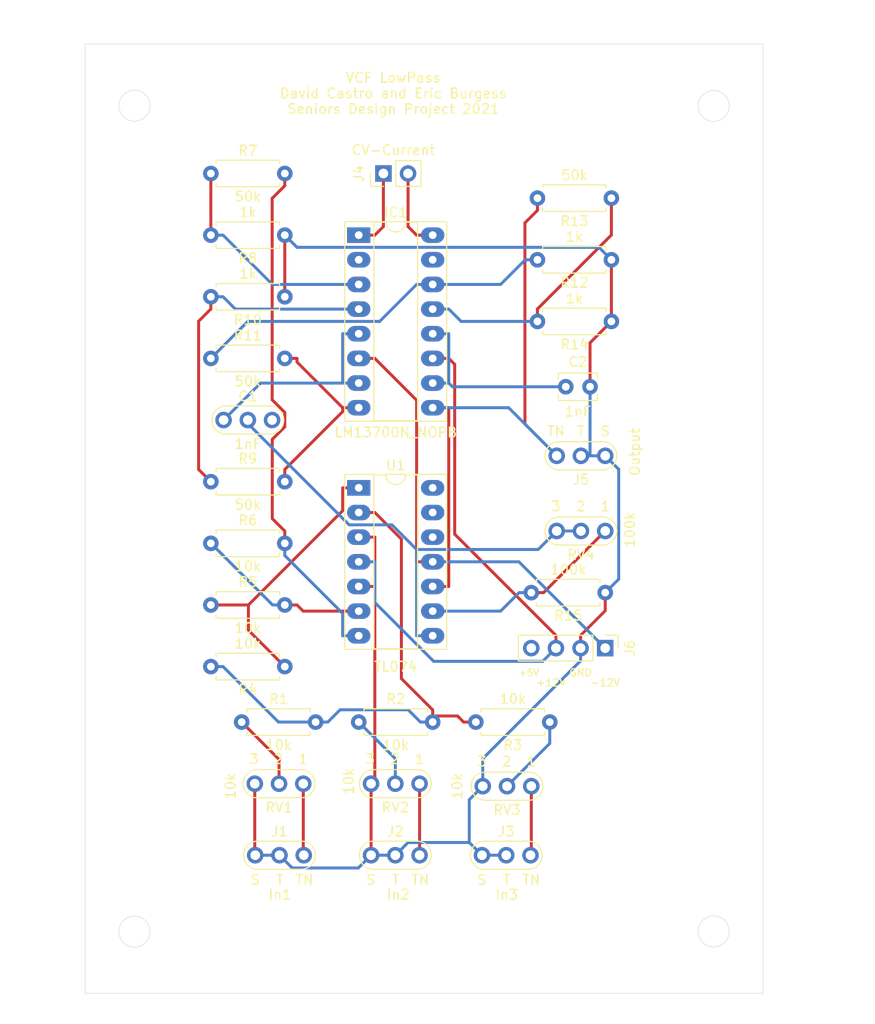
<source format=kicad_pcb>
(kicad_pcb (version 20171130) (host pcbnew "(5.1.12)-1")

  (general
    (thickness 1.6)
    (drawings 28)
    (tracks 179)
    (zones 0)
    (modules 29)
    (nets 29)
  )

  (page A4)
  (layers
    (0 F.Cu signal)
    (31 B.Cu signal)
    (32 B.Adhes user)
    (33 F.Adhes user)
    (34 B.Paste user)
    (35 F.Paste user)
    (36 B.SilkS user)
    (37 F.SilkS user)
    (38 B.Mask user)
    (39 F.Mask user)
    (40 Dwgs.User user)
    (41 Cmts.User user)
    (42 Eco1.User user)
    (43 Eco2.User user)
    (44 Edge.Cuts user)
    (45 Margin user)
    (46 B.CrtYd user)
    (47 F.CrtYd user)
    (48 B.Fab user)
    (49 F.Fab user)
  )

  (setup
    (last_trace_width 0.3048)
    (trace_clearance 0.3048)
    (zone_clearance 0.508)
    (zone_45_only no)
    (trace_min 0.3048)
    (via_size 0.8)
    (via_drill 0.4)
    (via_min_size 0.3048)
    (via_min_drill 0.3)
    (uvia_size 0.3)
    (uvia_drill 0.1)
    (uvias_allowed no)
    (uvia_min_size 0.2)
    (uvia_min_drill 0.1)
    (edge_width 0.05)
    (segment_width 0.2)
    (pcb_text_width 0.3)
    (pcb_text_size 1.5 1.5)
    (mod_edge_width 0.12)
    (mod_text_size 1 1)
    (mod_text_width 0.15)
    (pad_size 1.524 1.524)
    (pad_drill 0.762)
    (pad_to_mask_clearance 0)
    (aux_axis_origin 0 0)
    (visible_elements 7FFFFFFF)
    (pcbplotparams
      (layerselection 0x010fc_ffffffff)
      (usegerberextensions false)
      (usegerberattributes true)
      (usegerberadvancedattributes true)
      (creategerberjobfile true)
      (excludeedgelayer true)
      (linewidth 0.100000)
      (plotframeref false)
      (viasonmask false)
      (mode 1)
      (useauxorigin false)
      (hpglpennumber 1)
      (hpglpenspeed 20)
      (hpglpendiameter 15.000000)
      (psnegative false)
      (psa4output false)
      (plotreference true)
      (plotvalue true)
      (plotinvisibletext false)
      (padsonsilk false)
      (subtractmaskfromsilk false)
      (outputformat 1)
      (mirror false)
      (drillshape 1)
      (scaleselection 1)
      (outputdirectory ""))
  )

  (net 0 "")
  (net 1 "Net-(C1-Pad2)")
  (net 2 "Net-(C1-Pad1)")
  (net 3 "Net-(C2-Pad1)")
  (net 4 GND)
  (net 5 "Net-(IC1-Pad1)")
  (net 6 "Net-(IC1-Pad2)")
  (net 7 "Net-(IC1-Pad3)")
  (net 8 "Net-(IC1-Pad4)")
  (net 9 -12V)
  (net 10 "Net-(IC1-Pad8)")
  (net 11 "Net-(IC1-Pad9)")
  (net 12 +12V)
  (net 13 "Net-(IC1-Pad13)")
  (net 14 "Net-(IC1-Pad14)")
  (net 15 "Net-(IC1-Pad15)")
  (net 16 "Net-(IC1-Pad16)")
  (net 17 "Net-(J1-PadTN)")
  (net 18 "Net-(J2-PadTN)")
  (net 19 "Net-(J3-PadTN)")
  (net 20 +5V)
  (net 21 "Net-(R1-Pad2)")
  (net 22 "Net-(R1-Pad1)")
  (net 23 "Net-(R2-Pad1)")
  (net 24 "Net-(R3-Pad1)")
  (net 25 "Net-(R4-Pad1)")
  (net 26 "Net-(R5-Pad2)")
  (net 27 "Net-(R6-Pad2)")
  (net 28 "Net-(R15-Pad2)")

  (net_class Default "This is the default net class."
    (clearance 0.3048)
    (trace_width 0.3048)
    (via_dia 0.8)
    (via_drill 0.4)
    (uvia_dia 0.3)
    (uvia_drill 0.1)
    (add_net +12V)
    (add_net +5V)
    (add_net -12V)
    (add_net GND)
    (add_net "Net-(C1-Pad1)")
    (add_net "Net-(C1-Pad2)")
    (add_net "Net-(C2-Pad1)")
    (add_net "Net-(IC1-Pad1)")
    (add_net "Net-(IC1-Pad13)")
    (add_net "Net-(IC1-Pad14)")
    (add_net "Net-(IC1-Pad15)")
    (add_net "Net-(IC1-Pad16)")
    (add_net "Net-(IC1-Pad2)")
    (add_net "Net-(IC1-Pad3)")
    (add_net "Net-(IC1-Pad4)")
    (add_net "Net-(IC1-Pad8)")
    (add_net "Net-(IC1-Pad9)")
    (add_net "Net-(J1-PadTN)")
    (add_net "Net-(J2-PadTN)")
    (add_net "Net-(J3-PadTN)")
    (add_net "Net-(R1-Pad1)")
    (add_net "Net-(R1-Pad2)")
    (add_net "Net-(R15-Pad2)")
    (add_net "Net-(R2-Pad1)")
    (add_net "Net-(R3-Pad1)")
    (add_net "Net-(R4-Pad1)")
    (add_net "Net-(R5-Pad2)")
    (add_net "Net-(R6-Pad2)")
  )

  (net_class Power ""
    (clearance 0.3048)
    (trace_width 0.3048)
    (via_dia 0.8)
    (via_drill 0.4)
    (uvia_dia 0.3)
    (uvia_drill 0.1)
  )

  (module custom:POT_3_THT (layer F.Cu) (tedit 619DDDF7) (tstamp 619F0340)
    (at 99.314 123.825 180)
    (descr "Ceramic Resomator/Filter 7.0x2.5mm^2, length*width=7.0x2.5mm^2 package, package length=7.0mm, package width=2.5mm, 3 pins")
    (tags "THT ceramic resonator filter")
    (path /61A27895)
    (fp_text reference RV4 (at 2.5 -2.45) (layer F.SilkS)
      (effects (font (size 1 1) (thickness 0.15)))
    )
    (fp_text value 100k (at -2.54 0.127 270) (layer F.SilkS)
      (effects (font (size 1 1) (thickness 0.15)))
    )
    (fp_line (start 6.5 -1.7) (end -1.5 -1.7) (layer F.CrtYd) (width 0.05))
    (fp_line (start 6.5 1.7) (end 6.5 -1.7) (layer F.CrtYd) (width 0.05))
    (fp_line (start -1.5 1.7) (end 6.5 1.7) (layer F.CrtYd) (width 0.05))
    (fp_line (start -1.5 -1.7) (end -1.5 1.7) (layer F.CrtYd) (width 0.05))
    (fp_line (start 0.25 1.45) (end 4.75 1.45) (layer F.SilkS) (width 0.12))
    (fp_line (start 0.25 -1.45) (end 4.75 -1.45) (layer F.SilkS) (width 0.12))
    (fp_line (start 0.25 1.25) (end 4.75 1.25) (layer F.Fab) (width 0.1))
    (fp_line (start 0.25 -1.25) (end 4.75 -1.25) (layer F.Fab) (width 0.1))
    (fp_line (start 0.25 1.25) (end 4.75 1.25) (layer F.Fab) (width 0.1))
    (fp_line (start 0.25 -1.25) (end 4.75 -1.25) (layer F.Fab) (width 0.1))
    (fp_text user 3 (at 5.08 2.54) (layer F.SilkS)
      (effects (font (size 1 1) (thickness 0.15)))
    )
    (fp_text user 2 (at 2.54 2.54) (layer F.SilkS)
      (effects (font (size 1 1) (thickness 0.15)))
    )
    (fp_text user 1 (at 0 2.54) (layer F.SilkS)
      (effects (font (size 1 1) (thickness 0.15)))
    )
    (fp_arc (start 4.75 0) (end 4.75 -1.45) (angle 180) (layer F.SilkS) (width 0.12))
    (fp_arc (start 0.25 0) (end 0.25 -1.45) (angle -180) (layer F.SilkS) (width 0.12))
    (fp_arc (start 4.75 0) (end 4.75 -1.25) (angle 180) (layer F.Fab) (width 0.1))
    (fp_arc (start 0.25 0) (end 0.25 -1.25) (angle -180) (layer F.Fab) (width 0.1))
    (fp_arc (start 4.75 0) (end 4.75 -1.25) (angle 180) (layer F.Fab) (width 0.1))
    (fp_arc (start 0.25 0) (end 0.25 -1.25) (angle -180) (layer F.Fab) (width 0.1))
    (fp_text user %R (at 2.5 0) (layer F.Fab)
      (effects (font (size 1 1) (thickness 0.15)))
    )
    (pad 3 thru_hole circle (at 5 0 180) (size 1.7 1.7) (drill 1) (layers *.Cu *.Mask)
      (net 1 "Net-(C1-Pad2)"))
    (pad 2 thru_hole circle (at 2.5 0 180) (size 1.7 1.7) (drill 1) (layers *.Cu *.Mask)
      (net 1 "Net-(C1-Pad2)"))
    (pad 1 thru_hole circle (at 0 0 180) (size 1.7 1.7) (drill 1) (layers *.Cu *.Mask)
      (net 28 "Net-(R15-Pad2)"))
    (model ${KISYS3DMOD}/Crystal.3dshapes/Resonator-3Pin_W7.0mm_H2.5mm.wrl
      (at (xyz 0 0 0))
      (scale (xyz 1 1 1))
      (rotate (xyz 0 0 0))
    )
  )

  (module custom:THONK-AudioJack-PJ398SM-W3.5mm (layer F.Cu) (tedit 619DDE05) (tstamp 619F039C)
    (at 99.314 116.078 180)
    (descr "Ceramic Resomator/Filter 7.0x2.5mm^2, length*width=7.0x2.5mm^2 package, package length=7.0mm, package width=2.5mm, 3 pins")
    (tags "THT ceramic resonator filter")
    (path /61B55689)
    (fp_text reference J5 (at 2.5 -2.45) (layer F.SilkS)
      (effects (font (size 1 1) (thickness 0.15)))
    )
    (fp_text value Output (at -3.048 0.381 270) (layer F.SilkS)
      (effects (font (size 1 1) (thickness 0.15)))
    )
    (fp_line (start 0.25 -1.25) (end 4.75 -1.25) (layer F.Fab) (width 0.1))
    (fp_line (start 0.25 1.25) (end 4.75 1.25) (layer F.Fab) (width 0.1))
    (fp_line (start 0.25 -1.25) (end 4.75 -1.25) (layer F.Fab) (width 0.1))
    (fp_line (start 0.25 1.25) (end 4.75 1.25) (layer F.Fab) (width 0.1))
    (fp_line (start 0.25 -1.45) (end 4.75 -1.45) (layer F.SilkS) (width 0.12))
    (fp_line (start 0.25 1.45) (end 4.75 1.45) (layer F.SilkS) (width 0.12))
    (fp_line (start -1.5 -1.7) (end -1.5 1.7) (layer F.CrtYd) (width 0.05))
    (fp_line (start -1.5 1.7) (end 6.5 1.7) (layer F.CrtYd) (width 0.05))
    (fp_line (start 6.5 1.7) (end 6.5 -1.7) (layer F.CrtYd) (width 0.05))
    (fp_line (start 6.5 -1.7) (end -1.5 -1.7) (layer F.CrtYd) (width 0.05))
    (fp_text user S (at 0 2.54) (layer F.SilkS)
      (effects (font (size 1 1) (thickness 0.15)))
    )
    (fp_text user T (at 2.54 2.54) (layer F.SilkS)
      (effects (font (size 1 1) (thickness 0.15)))
    )
    (fp_text user TN (at 5.08 2.54) (layer F.SilkS)
      (effects (font (size 1 1) (thickness 0.15)))
    )
    (fp_arc (start 4.75 0) (end 4.75 -1.45) (angle 180) (layer F.SilkS) (width 0.12))
    (fp_arc (start 0.25 0) (end 0.25 -1.45) (angle -180) (layer F.SilkS) (width 0.12))
    (fp_arc (start 4.75 0) (end 4.75 -1.25) (angle 180) (layer F.Fab) (width 0.1))
    (fp_arc (start 0.25 0) (end 0.25 -1.25) (angle -180) (layer F.Fab) (width 0.1))
    (fp_arc (start 4.75 0) (end 4.75 -1.25) (angle 180) (layer F.Fab) (width 0.1))
    (fp_arc (start 0.25 0) (end 0.25 -1.25) (angle -180) (layer F.Fab) (width 0.1))
    (fp_text user %R (at 2.5 0) (layer F.Fab)
      (effects (font (size 1 1) (thickness 0.15)))
    )
    (pad TN thru_hole circle (at 5 0 180) (size 1.7 1.7) (drill 1) (layers *.Cu *.Mask)
      (net 11 "Net-(IC1-Pad9)"))
    (pad T thru_hole circle (at 2.5 0 180) (size 1.7 1.7) (drill 1) (layers *.Cu *.Mask)
      (net 4 GND))
    (pad S thru_hole circle (at 0 0 180) (size 1.7 1.7) (drill 1) (layers *.Cu *.Mask)
      (net 4 GND))
    (model ${KISYS3DMOD}/Crystal.3dshapes/Resonator-3Pin_W7.0mm_H2.5mm.wrl
      (at (xyz 0 0 0))
      (scale (xyz 1 1 1))
      (rotate (xyz 0 0 0))
    )
  )

  (module custom:POT_3_THT (layer F.Cu) (tedit 619DDDF7) (tstamp 619F02FB)
    (at 68.199 149.86 180)
    (descr "Ceramic Resomator/Filter 7.0x2.5mm^2, length*width=7.0x2.5mm^2 package, package length=7.0mm, package width=2.5mm, 3 pins")
    (tags "THT ceramic resonator filter")
    (path /61A96281)
    (fp_text reference RV1 (at 2.5 -2.45) (layer F.SilkS)
      (effects (font (size 1 1) (thickness 0.15)))
    )
    (fp_text value 10k (at 7.493 -0.254 90) (layer F.SilkS)
      (effects (font (size 1 1) (thickness 0.15)))
    )
    (fp_line (start 6.5 -1.7) (end -1.5 -1.7) (layer F.CrtYd) (width 0.05))
    (fp_line (start 6.5 1.7) (end 6.5 -1.7) (layer F.CrtYd) (width 0.05))
    (fp_line (start -1.5 1.7) (end 6.5 1.7) (layer F.CrtYd) (width 0.05))
    (fp_line (start -1.5 -1.7) (end -1.5 1.7) (layer F.CrtYd) (width 0.05))
    (fp_line (start 0.25 1.45) (end 4.75 1.45) (layer F.SilkS) (width 0.12))
    (fp_line (start 0.25 -1.45) (end 4.75 -1.45) (layer F.SilkS) (width 0.12))
    (fp_line (start 0.25 1.25) (end 4.75 1.25) (layer F.Fab) (width 0.1))
    (fp_line (start 0.25 -1.25) (end 4.75 -1.25) (layer F.Fab) (width 0.1))
    (fp_line (start 0.25 1.25) (end 4.75 1.25) (layer F.Fab) (width 0.1))
    (fp_line (start 0.25 -1.25) (end 4.75 -1.25) (layer F.Fab) (width 0.1))
    (fp_text user 3 (at 5.08 2.54) (layer F.SilkS)
      (effects (font (size 1 1) (thickness 0.15)))
    )
    (fp_text user 2 (at 2.54 2.54) (layer F.SilkS)
      (effects (font (size 1 1) (thickness 0.15)))
    )
    (fp_text user 1 (at 0 2.54) (layer F.SilkS)
      (effects (font (size 1 1) (thickness 0.15)))
    )
    (fp_arc (start 4.75 0) (end 4.75 -1.45) (angle 180) (layer F.SilkS) (width 0.12))
    (fp_arc (start 0.25 0) (end 0.25 -1.45) (angle -180) (layer F.SilkS) (width 0.12))
    (fp_arc (start 4.75 0) (end 4.75 -1.25) (angle 180) (layer F.Fab) (width 0.1))
    (fp_arc (start 0.25 0) (end 0.25 -1.25) (angle -180) (layer F.Fab) (width 0.1))
    (fp_arc (start 4.75 0) (end 4.75 -1.25) (angle 180) (layer F.Fab) (width 0.1))
    (fp_arc (start 0.25 0) (end 0.25 -1.25) (angle -180) (layer F.Fab) (width 0.1))
    (fp_text user %R (at 2.5 0) (layer F.Fab)
      (effects (font (size 1 1) (thickness 0.15)))
    )
    (pad 3 thru_hole circle (at 5 0 180) (size 1.7 1.7) (drill 1) (layers *.Cu *.Mask)
      (net 4 GND))
    (pad 2 thru_hole circle (at 2.5 0 180) (size 1.7 1.7) (drill 1) (layers *.Cu *.Mask)
      (net 22 "Net-(R1-Pad1)"))
    (pad 1 thru_hole circle (at 0 0 180) (size 1.7 1.7) (drill 1) (layers *.Cu *.Mask)
      (net 17 "Net-(J1-PadTN)"))
    (model ${KISYS3DMOD}/Crystal.3dshapes/Resonator-3Pin_W7.0mm_H2.5mm.wrl
      (at (xyz 0 0 0))
      (scale (xyz 1 1 1))
      (rotate (xyz 0 0 0))
    )
  )

  (module custom:POT_3_THT (layer F.Cu) (tedit 619DDDF7) (tstamp 619F0329)
    (at 91.694 150.114 180)
    (descr "Ceramic Resomator/Filter 7.0x2.5mm^2, length*width=7.0x2.5mm^2 package, package length=7.0mm, package width=2.5mm, 3 pins")
    (tags "THT ceramic resonator filter")
    (path /61A98945)
    (fp_text reference RV3 (at 2.5 -2.45) (layer F.SilkS)
      (effects (font (size 1 1) (thickness 0.15)))
    )
    (fp_text value 10k (at 7.62 0 90) (layer F.SilkS)
      (effects (font (size 1 1) (thickness 0.15)))
    )
    (fp_line (start 6.5 -1.7) (end -1.5 -1.7) (layer F.CrtYd) (width 0.05))
    (fp_line (start 6.5 1.7) (end 6.5 -1.7) (layer F.CrtYd) (width 0.05))
    (fp_line (start -1.5 1.7) (end 6.5 1.7) (layer F.CrtYd) (width 0.05))
    (fp_line (start -1.5 -1.7) (end -1.5 1.7) (layer F.CrtYd) (width 0.05))
    (fp_line (start 0.25 1.45) (end 4.75 1.45) (layer F.SilkS) (width 0.12))
    (fp_line (start 0.25 -1.45) (end 4.75 -1.45) (layer F.SilkS) (width 0.12))
    (fp_line (start 0.25 1.25) (end 4.75 1.25) (layer F.Fab) (width 0.1))
    (fp_line (start 0.25 -1.25) (end 4.75 -1.25) (layer F.Fab) (width 0.1))
    (fp_line (start 0.25 1.25) (end 4.75 1.25) (layer F.Fab) (width 0.1))
    (fp_line (start 0.25 -1.25) (end 4.75 -1.25) (layer F.Fab) (width 0.1))
    (fp_text user 3 (at 5.08 2.54) (layer F.SilkS)
      (effects (font (size 1 1) (thickness 0.15)))
    )
    (fp_text user 2 (at 2.54 2.54) (layer F.SilkS)
      (effects (font (size 1 1) (thickness 0.15)))
    )
    (fp_text user 1 (at 0 2.54) (layer F.SilkS)
      (effects (font (size 1 1) (thickness 0.15)))
    )
    (fp_arc (start 4.75 0) (end 4.75 -1.45) (angle 180) (layer F.SilkS) (width 0.12))
    (fp_arc (start 0.25 0) (end 0.25 -1.45) (angle -180) (layer F.SilkS) (width 0.12))
    (fp_arc (start 4.75 0) (end 4.75 -1.25) (angle 180) (layer F.Fab) (width 0.1))
    (fp_arc (start 0.25 0) (end 0.25 -1.25) (angle -180) (layer F.Fab) (width 0.1))
    (fp_arc (start 4.75 0) (end 4.75 -1.25) (angle 180) (layer F.Fab) (width 0.1))
    (fp_arc (start 0.25 0) (end 0.25 -1.25) (angle -180) (layer F.Fab) (width 0.1))
    (fp_text user %R (at 2.5 0) (layer F.Fab)
      (effects (font (size 1 1) (thickness 0.15)))
    )
    (pad 3 thru_hole circle (at 5 0 180) (size 1.7 1.7) (drill 1) (layers *.Cu *.Mask)
      (net 4 GND))
    (pad 2 thru_hole circle (at 2.5 0 180) (size 1.7 1.7) (drill 1) (layers *.Cu *.Mask)
      (net 24 "Net-(R3-Pad1)"))
    (pad 1 thru_hole circle (at 0 0 180) (size 1.7 1.7) (drill 1) (layers *.Cu *.Mask)
      (net 19 "Net-(J3-PadTN)"))
    (model ${KISYS3DMOD}/Crystal.3dshapes/Resonator-3Pin_W7.0mm_H2.5mm.wrl
      (at (xyz 0 0 0))
      (scale (xyz 1 1 1))
      (rotate (xyz 0 0 0))
    )
  )

  (module custom:POT_3_THT (layer F.Cu) (tedit 619DDDF7) (tstamp 619F0312)
    (at 80.184 149.86 180)
    (descr "Ceramic Resomator/Filter 7.0x2.5mm^2, length*width=7.0x2.5mm^2 package, package length=7.0mm, package width=2.5mm, 3 pins")
    (tags "THT ceramic resonator filter")
    (path /61A9804C)
    (fp_text reference RV2 (at 2.5 -2.45) (layer F.SilkS)
      (effects (font (size 1 1) (thickness 0.15)))
    )
    (fp_text value 10k (at 7.286 0.254 90) (layer F.SilkS)
      (effects (font (size 1 1) (thickness 0.15)))
    )
    (fp_line (start 6.5 -1.7) (end -1.5 -1.7) (layer F.CrtYd) (width 0.05))
    (fp_line (start 6.5 1.7) (end 6.5 -1.7) (layer F.CrtYd) (width 0.05))
    (fp_line (start -1.5 1.7) (end 6.5 1.7) (layer F.CrtYd) (width 0.05))
    (fp_line (start -1.5 -1.7) (end -1.5 1.7) (layer F.CrtYd) (width 0.05))
    (fp_line (start 0.25 1.45) (end 4.75 1.45) (layer F.SilkS) (width 0.12))
    (fp_line (start 0.25 -1.45) (end 4.75 -1.45) (layer F.SilkS) (width 0.12))
    (fp_line (start 0.25 1.25) (end 4.75 1.25) (layer F.Fab) (width 0.1))
    (fp_line (start 0.25 -1.25) (end 4.75 -1.25) (layer F.Fab) (width 0.1))
    (fp_line (start 0.25 1.25) (end 4.75 1.25) (layer F.Fab) (width 0.1))
    (fp_line (start 0.25 -1.25) (end 4.75 -1.25) (layer F.Fab) (width 0.1))
    (fp_text user 3 (at 5.08 2.54) (layer F.SilkS)
      (effects (font (size 1 1) (thickness 0.15)))
    )
    (fp_text user 2 (at 2.54 2.54) (layer F.SilkS)
      (effects (font (size 1 1) (thickness 0.15)))
    )
    (fp_text user 1 (at 0 2.54) (layer F.SilkS)
      (effects (font (size 1 1) (thickness 0.15)))
    )
    (fp_arc (start 4.75 0) (end 4.75 -1.45) (angle 180) (layer F.SilkS) (width 0.12))
    (fp_arc (start 0.25 0) (end 0.25 -1.45) (angle -180) (layer F.SilkS) (width 0.12))
    (fp_arc (start 4.75 0) (end 4.75 -1.25) (angle 180) (layer F.Fab) (width 0.1))
    (fp_arc (start 0.25 0) (end 0.25 -1.25) (angle -180) (layer F.Fab) (width 0.1))
    (fp_arc (start 4.75 0) (end 4.75 -1.25) (angle 180) (layer F.Fab) (width 0.1))
    (fp_arc (start 0.25 0) (end 0.25 -1.25) (angle -180) (layer F.Fab) (width 0.1))
    (fp_text user %R (at 2.5 0) (layer F.Fab)
      (effects (font (size 1 1) (thickness 0.15)))
    )
    (pad 3 thru_hole circle (at 5 0 180) (size 1.7 1.7) (drill 1) (layers *.Cu *.Mask)
      (net 4 GND))
    (pad 2 thru_hole circle (at 2.5 0 180) (size 1.7 1.7) (drill 1) (layers *.Cu *.Mask)
      (net 23 "Net-(R2-Pad1)"))
    (pad 1 thru_hole circle (at 0 0 180) (size 1.7 1.7) (drill 1) (layers *.Cu *.Mask)
      (net 18 "Net-(J2-PadTN)"))
    (model ${KISYS3DMOD}/Crystal.3dshapes/Resonator-3Pin_W7.0mm_H2.5mm.wrl
      (at (xyz 0 0 0))
      (scale (xyz 1 1 1))
      (rotate (xyz 0 0 0))
    )
  )

  (module custom:THONK-AudioJack-PJ398SM-W3.5mm (layer F.Cu) (tedit 619DDE05) (tstamp 619F029F)
    (at 63.246 157.226)
    (descr "Ceramic Resomator/Filter 7.0x2.5mm^2, length*width=7.0x2.5mm^2 package, package length=7.0mm, package width=2.5mm, 3 pins")
    (tags "THT ceramic resonator filter")
    (path /61A45C27)
    (fp_text reference J1 (at 2.5 -2.45) (layer F.SilkS)
      (effects (font (size 1 1) (thickness 0.15)))
    )
    (fp_text value In1 (at 2.5 2.45) (layer F.Fab)
      (effects (font (size 1 1) (thickness 0.15)))
    )
    (fp_line (start 0.25 -1.25) (end 4.75 -1.25) (layer F.Fab) (width 0.1))
    (fp_line (start 0.25 1.25) (end 4.75 1.25) (layer F.Fab) (width 0.1))
    (fp_line (start 0.25 -1.25) (end 4.75 -1.25) (layer F.Fab) (width 0.1))
    (fp_line (start 0.25 1.25) (end 4.75 1.25) (layer F.Fab) (width 0.1))
    (fp_line (start 0.25 -1.45) (end 4.75 -1.45) (layer F.SilkS) (width 0.12))
    (fp_line (start 0.25 1.45) (end 4.75 1.45) (layer F.SilkS) (width 0.12))
    (fp_line (start -1.5 -1.7) (end -1.5 1.7) (layer F.CrtYd) (width 0.05))
    (fp_line (start -1.5 1.7) (end 6.5 1.7) (layer F.CrtYd) (width 0.05))
    (fp_line (start 6.5 1.7) (end 6.5 -1.7) (layer F.CrtYd) (width 0.05))
    (fp_line (start 6.5 -1.7) (end -1.5 -1.7) (layer F.CrtYd) (width 0.05))
    (fp_text user S (at 0 2.54) (layer F.SilkS)
      (effects (font (size 1 1) (thickness 0.15)))
    )
    (fp_text user T (at 2.54 2.54) (layer F.SilkS)
      (effects (font (size 1 1) (thickness 0.15)))
    )
    (fp_text user TN (at 5.08 2.54) (layer F.SilkS)
      (effects (font (size 1 1) (thickness 0.15)))
    )
    (fp_arc (start 4.75 0) (end 4.75 -1.45) (angle 180) (layer F.SilkS) (width 0.12))
    (fp_arc (start 0.25 0) (end 0.25 -1.45) (angle -180) (layer F.SilkS) (width 0.12))
    (fp_arc (start 4.75 0) (end 4.75 -1.25) (angle 180) (layer F.Fab) (width 0.1))
    (fp_arc (start 0.25 0) (end 0.25 -1.25) (angle -180) (layer F.Fab) (width 0.1))
    (fp_arc (start 4.75 0) (end 4.75 -1.25) (angle 180) (layer F.Fab) (width 0.1))
    (fp_arc (start 0.25 0) (end 0.25 -1.25) (angle -180) (layer F.Fab) (width 0.1))
    (fp_text user %R (at 2.5 0) (layer F.Fab)
      (effects (font (size 1 1) (thickness 0.15)))
    )
    (pad TN thru_hole circle (at 5 0) (size 1.7 1.7) (drill 1) (layers *.Cu *.Mask)
      (net 17 "Net-(J1-PadTN)"))
    (pad T thru_hole circle (at 2.5 0) (size 1.7 1.7) (drill 1) (layers *.Cu *.Mask)
      (net 4 GND))
    (pad S thru_hole circle (at 0 0) (size 1.7 1.7) (drill 1) (layers *.Cu *.Mask)
      (net 4 GND))
    (model ${KISYS3DMOD}/Crystal.3dshapes/Resonator-3Pin_W7.0mm_H2.5mm.wrl
      (at (xyz 0 0 0))
      (scale (xyz 1 1 1))
      (rotate (xyz 0 0 0))
    )
  )

  (module custom:THONK-AudioJack-PJ398SM-W3.5mm (layer F.Cu) (tedit 619DDE05) (tstamp 619F02B6)
    (at 75.184 157.226)
    (descr "Ceramic Resomator/Filter 7.0x2.5mm^2, length*width=7.0x2.5mm^2 package, package length=7.0mm, package width=2.5mm, 3 pins")
    (tags "THT ceramic resonator filter")
    (path /61A46986)
    (fp_text reference J2 (at 2.5 -2.45) (layer F.SilkS)
      (effects (font (size 1 1) (thickness 0.15)))
    )
    (fp_text value In2 (at 2.5 2.45) (layer F.Fab)
      (effects (font (size 1 1) (thickness 0.15)))
    )
    (fp_line (start 0.25 -1.25) (end 4.75 -1.25) (layer F.Fab) (width 0.1))
    (fp_line (start 0.25 1.25) (end 4.75 1.25) (layer F.Fab) (width 0.1))
    (fp_line (start 0.25 -1.25) (end 4.75 -1.25) (layer F.Fab) (width 0.1))
    (fp_line (start 0.25 1.25) (end 4.75 1.25) (layer F.Fab) (width 0.1))
    (fp_line (start 0.25 -1.45) (end 4.75 -1.45) (layer F.SilkS) (width 0.12))
    (fp_line (start 0.25 1.45) (end 4.75 1.45) (layer F.SilkS) (width 0.12))
    (fp_line (start -1.5 -1.7) (end -1.5 1.7) (layer F.CrtYd) (width 0.05))
    (fp_line (start -1.5 1.7) (end 6.5 1.7) (layer F.CrtYd) (width 0.05))
    (fp_line (start 6.5 1.7) (end 6.5 -1.7) (layer F.CrtYd) (width 0.05))
    (fp_line (start 6.5 -1.7) (end -1.5 -1.7) (layer F.CrtYd) (width 0.05))
    (fp_text user S (at 0 2.54) (layer F.SilkS)
      (effects (font (size 1 1) (thickness 0.15)))
    )
    (fp_text user T (at 2.54 2.54) (layer F.SilkS)
      (effects (font (size 1 1) (thickness 0.15)))
    )
    (fp_text user TN (at 5.08 2.54) (layer F.SilkS)
      (effects (font (size 1 1) (thickness 0.15)))
    )
    (fp_arc (start 4.75 0) (end 4.75 -1.45) (angle 180) (layer F.SilkS) (width 0.12))
    (fp_arc (start 0.25 0) (end 0.25 -1.45) (angle -180) (layer F.SilkS) (width 0.12))
    (fp_arc (start 4.75 0) (end 4.75 -1.25) (angle 180) (layer F.Fab) (width 0.1))
    (fp_arc (start 0.25 0) (end 0.25 -1.25) (angle -180) (layer F.Fab) (width 0.1))
    (fp_arc (start 4.75 0) (end 4.75 -1.25) (angle 180) (layer F.Fab) (width 0.1))
    (fp_arc (start 0.25 0) (end 0.25 -1.25) (angle -180) (layer F.Fab) (width 0.1))
    (fp_text user %R (at 2.5 0) (layer F.Fab)
      (effects (font (size 1 1) (thickness 0.15)))
    )
    (pad TN thru_hole circle (at 5 0) (size 1.7 1.7) (drill 1) (layers *.Cu *.Mask)
      (net 18 "Net-(J2-PadTN)"))
    (pad T thru_hole circle (at 2.5 0) (size 1.7 1.7) (drill 1) (layers *.Cu *.Mask)
      (net 4 GND))
    (pad S thru_hole circle (at 0 0) (size 1.7 1.7) (drill 1) (layers *.Cu *.Mask)
      (net 4 GND))
    (model ${KISYS3DMOD}/Crystal.3dshapes/Resonator-3Pin_W7.0mm_H2.5mm.wrl
      (at (xyz 0 0 0))
      (scale (xyz 1 1 1))
      (rotate (xyz 0 0 0))
    )
  )

  (module custom:THONK-AudioJack-PJ398SM-W3.5mm (layer F.Cu) (tedit 619DDE05) (tstamp 619F02CD)
    (at 86.614 157.226)
    (descr "Ceramic Resomator/Filter 7.0x2.5mm^2, length*width=7.0x2.5mm^2 package, package length=7.0mm, package width=2.5mm, 3 pins")
    (tags "THT ceramic resonator filter")
    (path /61A46341)
    (fp_text reference J3 (at 2.5 -2.45) (layer F.SilkS)
      (effects (font (size 1 1) (thickness 0.15)))
    )
    (fp_text value In3 (at 2.5 2.45) (layer F.Fab)
      (effects (font (size 1 1) (thickness 0.15)))
    )
    (fp_line (start 0.25 -1.25) (end 4.75 -1.25) (layer F.Fab) (width 0.1))
    (fp_line (start 0.25 1.25) (end 4.75 1.25) (layer F.Fab) (width 0.1))
    (fp_line (start 0.25 -1.25) (end 4.75 -1.25) (layer F.Fab) (width 0.1))
    (fp_line (start 0.25 1.25) (end 4.75 1.25) (layer F.Fab) (width 0.1))
    (fp_line (start 0.25 -1.45) (end 4.75 -1.45) (layer F.SilkS) (width 0.12))
    (fp_line (start 0.25 1.45) (end 4.75 1.45) (layer F.SilkS) (width 0.12))
    (fp_line (start -1.5 -1.7) (end -1.5 1.7) (layer F.CrtYd) (width 0.05))
    (fp_line (start -1.5 1.7) (end 6.5 1.7) (layer F.CrtYd) (width 0.05))
    (fp_line (start 6.5 1.7) (end 6.5 -1.7) (layer F.CrtYd) (width 0.05))
    (fp_line (start 6.5 -1.7) (end -1.5 -1.7) (layer F.CrtYd) (width 0.05))
    (fp_text user S (at 0 2.54) (layer F.SilkS)
      (effects (font (size 1 1) (thickness 0.15)))
    )
    (fp_text user T (at 2.54 2.54) (layer F.SilkS)
      (effects (font (size 1 1) (thickness 0.15)))
    )
    (fp_text user TN (at 5.08 2.54) (layer F.SilkS)
      (effects (font (size 1 1) (thickness 0.15)))
    )
    (fp_arc (start 4.75 0) (end 4.75 -1.45) (angle 180) (layer F.SilkS) (width 0.12))
    (fp_arc (start 0.25 0) (end 0.25 -1.45) (angle -180) (layer F.SilkS) (width 0.12))
    (fp_arc (start 4.75 0) (end 4.75 -1.25) (angle 180) (layer F.Fab) (width 0.1))
    (fp_arc (start 0.25 0) (end 0.25 -1.25) (angle -180) (layer F.Fab) (width 0.1))
    (fp_arc (start 4.75 0) (end 4.75 -1.25) (angle 180) (layer F.Fab) (width 0.1))
    (fp_arc (start 0.25 0) (end 0.25 -1.25) (angle -180) (layer F.Fab) (width 0.1))
    (fp_text user %R (at 2.5 0) (layer F.Fab)
      (effects (font (size 1 1) (thickness 0.15)))
    )
    (pad TN thru_hole circle (at 5 0) (size 1.7 1.7) (drill 1) (layers *.Cu *.Mask)
      (net 19 "Net-(J3-PadTN)"))
    (pad T thru_hole circle (at 2.5 0) (size 1.7 1.7) (drill 1) (layers *.Cu *.Mask)
      (net 4 GND))
    (pad S thru_hole circle (at 0 0) (size 1.7 1.7) (drill 1) (layers *.Cu *.Mask)
      (net 4 GND))
    (model ${KISYS3DMOD}/Crystal.3dshapes/Resonator-3Pin_W7.0mm_H2.5mm.wrl
      (at (xyz 0 0 0))
      (scale (xyz 1 1 1))
      (rotate (xyz 0 0 0))
    )
  )

  (module Package_DIP:DIP-16_W7.62mm_Socket_LongPads (layer F.Cu) (tedit 5A02E8C5) (tstamp 619EC57F)
    (at 73.914 93.345)
    (descr "16-lead though-hole mounted DIP package, row spacing 7.62 mm (300 mils), Socket, LongPads")
    (tags "THT DIP DIL PDIP 2.54mm 7.62mm 300mil Socket LongPads")
    (path /619C1968)
    (fp_text reference IC1 (at 3.81 -2.33) (layer F.SilkS)
      (effects (font (size 1 1) (thickness 0.15)))
    )
    (fp_text value LM13700N_NOPB (at 3.81 20.32) (layer F.SilkS)
      (effects (font (size 1 1) (thickness 0.15)))
    )
    (fp_line (start 1.635 -1.27) (end 6.985 -1.27) (layer F.Fab) (width 0.1))
    (fp_line (start 6.985 -1.27) (end 6.985 19.05) (layer F.Fab) (width 0.1))
    (fp_line (start 6.985 19.05) (end 0.635 19.05) (layer F.Fab) (width 0.1))
    (fp_line (start 0.635 19.05) (end 0.635 -0.27) (layer F.Fab) (width 0.1))
    (fp_line (start 0.635 -0.27) (end 1.635 -1.27) (layer F.Fab) (width 0.1))
    (fp_line (start -1.27 -1.33) (end -1.27 19.11) (layer F.Fab) (width 0.1))
    (fp_line (start -1.27 19.11) (end 8.89 19.11) (layer F.Fab) (width 0.1))
    (fp_line (start 8.89 19.11) (end 8.89 -1.33) (layer F.Fab) (width 0.1))
    (fp_line (start 8.89 -1.33) (end -1.27 -1.33) (layer F.Fab) (width 0.1))
    (fp_line (start 2.81 -1.33) (end 1.56 -1.33) (layer F.SilkS) (width 0.12))
    (fp_line (start 1.56 -1.33) (end 1.56 19.11) (layer F.SilkS) (width 0.12))
    (fp_line (start 1.56 19.11) (end 6.06 19.11) (layer F.SilkS) (width 0.12))
    (fp_line (start 6.06 19.11) (end 6.06 -1.33) (layer F.SilkS) (width 0.12))
    (fp_line (start 6.06 -1.33) (end 4.81 -1.33) (layer F.SilkS) (width 0.12))
    (fp_line (start -1.44 -1.39) (end -1.44 19.17) (layer F.SilkS) (width 0.12))
    (fp_line (start -1.44 19.17) (end 9.06 19.17) (layer F.SilkS) (width 0.12))
    (fp_line (start 9.06 19.17) (end 9.06 -1.39) (layer F.SilkS) (width 0.12))
    (fp_line (start 9.06 -1.39) (end -1.44 -1.39) (layer F.SilkS) (width 0.12))
    (fp_line (start -1.55 -1.6) (end -1.55 19.4) (layer F.CrtYd) (width 0.05))
    (fp_line (start -1.55 19.4) (end 9.15 19.4) (layer F.CrtYd) (width 0.05))
    (fp_line (start 9.15 19.4) (end 9.15 -1.6) (layer F.CrtYd) (width 0.05))
    (fp_line (start 9.15 -1.6) (end -1.55 -1.6) (layer F.CrtYd) (width 0.05))
    (fp_text user %R (at 3.81 8.89) (layer F.Fab)
      (effects (font (size 1 1) (thickness 0.15)))
    )
    (fp_arc (start 3.81 -1.33) (end 2.81 -1.33) (angle -180) (layer F.SilkS) (width 0.12))
    (pad 16 thru_hole oval (at 7.62 0) (size 2.4 1.6) (drill 0.8) (layers *.Cu *.Mask)
      (net 16 "Net-(IC1-Pad16)"))
    (pad 8 thru_hole oval (at 0 17.78) (size 2.4 1.6) (drill 0.8) (layers *.Cu *.Mask)
      (net 10 "Net-(IC1-Pad8)"))
    (pad 15 thru_hole oval (at 7.62 2.54) (size 2.4 1.6) (drill 0.8) (layers *.Cu *.Mask)
      (net 15 "Net-(IC1-Pad15)"))
    (pad 7 thru_hole oval (at 0 15.24) (size 2.4 1.6) (drill 0.8) (layers *.Cu *.Mask)
      (net 2 "Net-(C1-Pad1)"))
    (pad 14 thru_hole oval (at 7.62 5.08) (size 2.4 1.6) (drill 0.8) (layers *.Cu *.Mask)
      (net 14 "Net-(IC1-Pad14)"))
    (pad 6 thru_hole oval (at 0 12.7) (size 2.4 1.6) (drill 0.8) (layers *.Cu *.Mask)
      (net 9 -12V))
    (pad 13 thru_hole oval (at 7.62 7.62) (size 2.4 1.6) (drill 0.8) (layers *.Cu *.Mask)
      (net 13 "Net-(IC1-Pad13)"))
    (pad 5 thru_hole oval (at 0 10.16) (size 2.4 1.6) (drill 0.8) (layers *.Cu *.Mask)
      (net 2 "Net-(C1-Pad1)"))
    (pad 12 thru_hole oval (at 7.62 10.16) (size 2.4 1.6) (drill 0.8) (layers *.Cu *.Mask)
      (net 3 "Net-(C2-Pad1)"))
    (pad 4 thru_hole oval (at 0 7.62) (size 2.4 1.6) (drill 0.8) (layers *.Cu *.Mask)
      (net 8 "Net-(IC1-Pad4)"))
    (pad 11 thru_hole oval (at 7.62 12.7) (size 2.4 1.6) (drill 0.8) (layers *.Cu *.Mask)
      (net 12 +12V))
    (pad 3 thru_hole oval (at 0 5.08) (size 2.4 1.6) (drill 0.8) (layers *.Cu *.Mask)
      (net 7 "Net-(IC1-Pad3)"))
    (pad 10 thru_hole oval (at 7.62 15.24) (size 2.4 1.6) (drill 0.8) (layers *.Cu *.Mask)
      (net 3 "Net-(C2-Pad1)"))
    (pad 2 thru_hole oval (at 0 2.54) (size 2.4 1.6) (drill 0.8) (layers *.Cu *.Mask)
      (net 6 "Net-(IC1-Pad2)"))
    (pad 9 thru_hole oval (at 7.62 17.78) (size 2.4 1.6) (drill 0.8) (layers *.Cu *.Mask)
      (net 11 "Net-(IC1-Pad9)"))
    (pad 1 thru_hole rect (at 0 0) (size 2.4 1.6) (drill 0.8) (layers *.Cu *.Mask)
      (net 5 "Net-(IC1-Pad1)"))
    (model ${KISYS3DMOD}/Package_DIP.3dshapes/DIP-16_W7.62mm_Socket.wrl
      (at (xyz 0 0 0))
      (scale (xyz 1 1 1))
      (rotate (xyz 0 0 0))
    )
  )

  (module Capacitor_THT:C_Disc_D3.8mm_W2.6mm_P2.50mm (layer F.Cu) (tedit 5AE50EF0) (tstamp 619E20EE)
    (at 95.25 108.966)
    (descr "C, Disc series, Radial, pin pitch=2.50mm, , diameter*width=3.8*2.6mm^2, Capacitor, http://www.vishay.com/docs/45233/krseries.pdf")
    (tags "C Disc series Radial pin pitch 2.50mm  diameter 3.8mm width 2.6mm Capacitor")
    (path /61A003BE)
    (fp_text reference C2 (at 1.25 -2.55) (layer F.SilkS)
      (effects (font (size 1 1) (thickness 0.15)))
    )
    (fp_text value 1nF (at 1.25 2.55) (layer F.SilkS)
      (effects (font (size 1 1) (thickness 0.15)))
    )
    (fp_line (start -0.65 -1.3) (end -0.65 1.3) (layer F.Fab) (width 0.1))
    (fp_line (start -0.65 1.3) (end 3.15 1.3) (layer F.Fab) (width 0.1))
    (fp_line (start 3.15 1.3) (end 3.15 -1.3) (layer F.Fab) (width 0.1))
    (fp_line (start 3.15 -1.3) (end -0.65 -1.3) (layer F.Fab) (width 0.1))
    (fp_line (start -0.77 -1.42) (end 3.27 -1.42) (layer F.SilkS) (width 0.12))
    (fp_line (start -0.77 1.42) (end 3.27 1.42) (layer F.SilkS) (width 0.12))
    (fp_line (start -0.77 -1.42) (end -0.77 -0.795) (layer F.SilkS) (width 0.12))
    (fp_line (start -0.77 0.795) (end -0.77 1.42) (layer F.SilkS) (width 0.12))
    (fp_line (start 3.27 -1.42) (end 3.27 -0.795) (layer F.SilkS) (width 0.12))
    (fp_line (start 3.27 0.795) (end 3.27 1.42) (layer F.SilkS) (width 0.12))
    (fp_line (start -1.05 -1.55) (end -1.05 1.55) (layer F.CrtYd) (width 0.05))
    (fp_line (start -1.05 1.55) (end 3.55 1.55) (layer F.CrtYd) (width 0.05))
    (fp_line (start 3.55 1.55) (end 3.55 -1.55) (layer F.CrtYd) (width 0.05))
    (fp_line (start 3.55 -1.55) (end -1.05 -1.55) (layer F.CrtYd) (width 0.05))
    (fp_text user %R (at 1.27 0) (layer F.Fab)
      (effects (font (size 0.76 0.76) (thickness 0.114)))
    )
    (pad 1 thru_hole circle (at 0 0) (size 1.6 1.6) (drill 0.8) (layers *.Cu *.Mask)
      (net 3 "Net-(C2-Pad1)"))
    (pad 2 thru_hole circle (at 2.5 0) (size 1.6 1.6) (drill 0.8) (layers *.Cu *.Mask)
      (net 4 GND))
    (model ${KISYS3DMOD}/Capacitor_THT.3dshapes/C_Disc_D3.8mm_W2.6mm_P2.50mm.wrl
      (at (xyz 0 0 0))
      (scale (xyz 1 1 1))
      (rotate (xyz 0 0 0))
    )
  )

  (module Connector_PinHeader_2.54mm:PinHeader_1x02_P2.54mm_Vertical (layer F.Cu) (tedit 59FED5CC) (tstamp 619E218A)
    (at 76.454 86.995 90)
    (descr "Through hole straight pin header, 1x02, 2.54mm pitch, single row")
    (tags "Through hole pin header THT 1x02 2.54mm single row")
    (path /619F719B)
    (fp_text reference J4 (at 0 -2.54 90) (layer F.SilkS)
      (effects (font (size 1 1) (thickness 0.15)))
    )
    (fp_text value CV-Current (at 2.413 1.016) (layer F.SilkS)
      (effects (font (size 1 1) (thickness 0.15)))
    )
    (fp_line (start -0.635 -1.27) (end 1.27 -1.27) (layer F.Fab) (width 0.1))
    (fp_line (start 1.27 -1.27) (end 1.27 3.81) (layer F.Fab) (width 0.1))
    (fp_line (start 1.27 3.81) (end -1.27 3.81) (layer F.Fab) (width 0.1))
    (fp_line (start -1.27 3.81) (end -1.27 -0.635) (layer F.Fab) (width 0.1))
    (fp_line (start -1.27 -0.635) (end -0.635 -1.27) (layer F.Fab) (width 0.1))
    (fp_line (start -1.33 3.87) (end 1.33 3.87) (layer F.SilkS) (width 0.12))
    (fp_line (start -1.33 1.27) (end -1.33 3.87) (layer F.SilkS) (width 0.12))
    (fp_line (start 1.33 1.27) (end 1.33 3.87) (layer F.SilkS) (width 0.12))
    (fp_line (start -1.33 1.27) (end 1.33 1.27) (layer F.SilkS) (width 0.12))
    (fp_line (start -1.33 0) (end -1.33 -1.33) (layer F.SilkS) (width 0.12))
    (fp_line (start -1.33 -1.33) (end 0 -1.33) (layer F.SilkS) (width 0.12))
    (fp_line (start -1.8 -1.8) (end -1.8 4.35) (layer F.CrtYd) (width 0.05))
    (fp_line (start -1.8 4.35) (end 1.8 4.35) (layer F.CrtYd) (width 0.05))
    (fp_line (start 1.8 4.35) (end 1.8 -1.8) (layer F.CrtYd) (width 0.05))
    (fp_line (start 1.8 -1.8) (end -1.8 -1.8) (layer F.CrtYd) (width 0.05))
    (fp_text user %R (at 0 1.27) (layer F.Fab)
      (effects (font (size 1 1) (thickness 0.15)))
    )
    (pad 1 thru_hole rect (at 0 0 90) (size 1.7 1.7) (drill 1) (layers *.Cu *.Mask)
      (net 5 "Net-(IC1-Pad1)"))
    (pad 2 thru_hole oval (at 0 2.54 90) (size 1.7 1.7) (drill 1) (layers *.Cu *.Mask)
      (net 16 "Net-(IC1-Pad16)"))
    (model ${KISYS3DMOD}/Connector_PinHeader_2.54mm.3dshapes/PinHeader_1x02_P2.54mm_Vertical.wrl
      (at (xyz 0 0 0))
      (scale (xyz 1 1 1))
      (rotate (xyz 0 0 0))
    )
  )

  (module Connector_PinHeader_2.54mm:PinHeader_1x04_P2.54mm_Vertical (layer F.Cu) (tedit 59FED5CC) (tstamp 619E21C4)
    (at 99.314 135.89 270)
    (descr "Through hole straight pin header, 1x04, 2.54mm pitch, single row")
    (tags "Through hole pin header THT 1x04 2.54mm single row")
    (path /621AEDD5)
    (fp_text reference J6 (at 0 -2.54 90) (layer F.SilkS)
      (effects (font (size 1 1) (thickness 0.15)))
    )
    (fp_text value Power (at 0 9.95 90) (layer F.Fab)
      (effects (font (size 1 1) (thickness 0.15)))
    )
    (fp_line (start -0.635 -1.27) (end 1.27 -1.27) (layer F.Fab) (width 0.1))
    (fp_line (start 1.27 -1.27) (end 1.27 8.89) (layer F.Fab) (width 0.1))
    (fp_line (start 1.27 8.89) (end -1.27 8.89) (layer F.Fab) (width 0.1))
    (fp_line (start -1.27 8.89) (end -1.27 -0.635) (layer F.Fab) (width 0.1))
    (fp_line (start -1.27 -0.635) (end -0.635 -1.27) (layer F.Fab) (width 0.1))
    (fp_line (start -1.33 8.95) (end 1.33 8.95) (layer F.SilkS) (width 0.12))
    (fp_line (start -1.33 1.27) (end -1.33 8.95) (layer F.SilkS) (width 0.12))
    (fp_line (start 1.33 1.27) (end 1.33 8.95) (layer F.SilkS) (width 0.12))
    (fp_line (start -1.33 1.27) (end 1.33 1.27) (layer F.SilkS) (width 0.12))
    (fp_line (start -1.33 0) (end -1.33 -1.33) (layer F.SilkS) (width 0.12))
    (fp_line (start -1.33 -1.33) (end 0 -1.33) (layer F.SilkS) (width 0.12))
    (fp_line (start -1.8 -1.8) (end -1.8 9.4) (layer F.CrtYd) (width 0.05))
    (fp_line (start -1.8 9.4) (end 1.8 9.4) (layer F.CrtYd) (width 0.05))
    (fp_line (start 1.8 9.4) (end 1.8 -1.8) (layer F.CrtYd) (width 0.05))
    (fp_line (start 1.8 -1.8) (end -1.8 -1.8) (layer F.CrtYd) (width 0.05))
    (fp_text user %R (at 0 3.81) (layer F.Fab)
      (effects (font (size 1 1) (thickness 0.15)))
    )
    (pad 1 thru_hole rect (at 0 0 270) (size 1.7 1.7) (drill 1) (layers *.Cu *.Mask)
      (net 9 -12V))
    (pad 2 thru_hole oval (at 0 2.54 270) (size 1.7 1.7) (drill 1) (layers *.Cu *.Mask)
      (net 4 GND))
    (pad 3 thru_hole oval (at 0 5.08 270) (size 1.7 1.7) (drill 1) (layers *.Cu *.Mask)
      (net 12 +12V))
    (pad 4 thru_hole oval (at 0 7.62 270) (size 1.7 1.7) (drill 1) (layers *.Cu *.Mask)
      (net 20 +5V))
    (model ${KISYS3DMOD}/Connector_PinHeader_2.54mm.3dshapes/PinHeader_1x04_P2.54mm_Vertical.wrl
      (at (xyz 0 0 0))
      (scale (xyz 1 1 1))
      (rotate (xyz 0 0 0))
    )
  )

  (module Resistor_THT:R_Axial_DIN0207_L6.3mm_D2.5mm_P7.62mm_Horizontal (layer F.Cu) (tedit 5AE5139B) (tstamp 619E21DB)
    (at 61.849 143.51)
    (descr "Resistor, Axial_DIN0207 series, Axial, Horizontal, pin pitch=7.62mm, 0.25W = 1/4W, length*diameter=6.3*2.5mm^2, http://cdn-reichelt.de/documents/datenblatt/B400/1_4W%23YAG.pdf")
    (tags "Resistor Axial_DIN0207 series Axial Horizontal pin pitch 7.62mm 0.25W = 1/4W length 6.3mm diameter 2.5mm")
    (path /61AB97B1)
    (fp_text reference R1 (at 3.81 -2.37) (layer F.SilkS)
      (effects (font (size 1 1) (thickness 0.15)))
    )
    (fp_text value 10k (at 3.81 2.37) (layer F.SilkS)
      (effects (font (size 1 1) (thickness 0.15)))
    )
    (fp_line (start 8.67 -1.5) (end -1.05 -1.5) (layer F.CrtYd) (width 0.05))
    (fp_line (start 8.67 1.5) (end 8.67 -1.5) (layer F.CrtYd) (width 0.05))
    (fp_line (start -1.05 1.5) (end 8.67 1.5) (layer F.CrtYd) (width 0.05))
    (fp_line (start -1.05 -1.5) (end -1.05 1.5) (layer F.CrtYd) (width 0.05))
    (fp_line (start 7.08 1.37) (end 7.08 1.04) (layer F.SilkS) (width 0.12))
    (fp_line (start 0.54 1.37) (end 7.08 1.37) (layer F.SilkS) (width 0.12))
    (fp_line (start 0.54 1.04) (end 0.54 1.37) (layer F.SilkS) (width 0.12))
    (fp_line (start 7.08 -1.37) (end 7.08 -1.04) (layer F.SilkS) (width 0.12))
    (fp_line (start 0.54 -1.37) (end 7.08 -1.37) (layer F.SilkS) (width 0.12))
    (fp_line (start 0.54 -1.04) (end 0.54 -1.37) (layer F.SilkS) (width 0.12))
    (fp_line (start 7.62 0) (end 6.96 0) (layer F.Fab) (width 0.1))
    (fp_line (start 0 0) (end 0.66 0) (layer F.Fab) (width 0.1))
    (fp_line (start 6.96 -1.25) (end 0.66 -1.25) (layer F.Fab) (width 0.1))
    (fp_line (start 6.96 1.25) (end 6.96 -1.25) (layer F.Fab) (width 0.1))
    (fp_line (start 0.66 1.25) (end 6.96 1.25) (layer F.Fab) (width 0.1))
    (fp_line (start 0.66 -1.25) (end 0.66 1.25) (layer F.Fab) (width 0.1))
    (fp_text user %R (at 3.81 0) (layer F.Fab)
      (effects (font (size 1 1) (thickness 0.15)))
    )
    (pad 2 thru_hole oval (at 7.62 0) (size 1.6 1.6) (drill 0.8) (layers *.Cu *.Mask)
      (net 21 "Net-(R1-Pad2)"))
    (pad 1 thru_hole circle (at 0 0) (size 1.6 1.6) (drill 0.8) (layers *.Cu *.Mask)
      (net 22 "Net-(R1-Pad1)"))
    (model ${KISYS3DMOD}/Resistor_THT.3dshapes/R_Axial_DIN0207_L6.3mm_D2.5mm_P7.62mm_Horizontal.wrl
      (at (xyz 0 0 0))
      (scale (xyz 1 1 1))
      (rotate (xyz 0 0 0))
    )
  )

  (module Resistor_THT:R_Axial_DIN0207_L6.3mm_D2.5mm_P7.62mm_Horizontal (layer F.Cu) (tedit 5AE5139B) (tstamp 619E21F2)
    (at 73.914 143.51)
    (descr "Resistor, Axial_DIN0207 series, Axial, Horizontal, pin pitch=7.62mm, 0.25W = 1/4W, length*diameter=6.3*2.5mm^2, http://cdn-reichelt.de/documents/datenblatt/B400/1_4W%23YAG.pdf")
    (tags "Resistor Axial_DIN0207 series Axial Horizontal pin pitch 7.62mm 0.25W = 1/4W length 6.3mm diameter 2.5mm")
    (path /61ABB21E)
    (fp_text reference R2 (at 3.81 -2.37) (layer F.SilkS)
      (effects (font (size 1 1) (thickness 0.15)))
    )
    (fp_text value 10k (at 3.81 2.37) (layer F.SilkS)
      (effects (font (size 1 1) (thickness 0.15)))
    )
    (fp_line (start 0.66 -1.25) (end 0.66 1.25) (layer F.Fab) (width 0.1))
    (fp_line (start 0.66 1.25) (end 6.96 1.25) (layer F.Fab) (width 0.1))
    (fp_line (start 6.96 1.25) (end 6.96 -1.25) (layer F.Fab) (width 0.1))
    (fp_line (start 6.96 -1.25) (end 0.66 -1.25) (layer F.Fab) (width 0.1))
    (fp_line (start 0 0) (end 0.66 0) (layer F.Fab) (width 0.1))
    (fp_line (start 7.62 0) (end 6.96 0) (layer F.Fab) (width 0.1))
    (fp_line (start 0.54 -1.04) (end 0.54 -1.37) (layer F.SilkS) (width 0.12))
    (fp_line (start 0.54 -1.37) (end 7.08 -1.37) (layer F.SilkS) (width 0.12))
    (fp_line (start 7.08 -1.37) (end 7.08 -1.04) (layer F.SilkS) (width 0.12))
    (fp_line (start 0.54 1.04) (end 0.54 1.37) (layer F.SilkS) (width 0.12))
    (fp_line (start 0.54 1.37) (end 7.08 1.37) (layer F.SilkS) (width 0.12))
    (fp_line (start 7.08 1.37) (end 7.08 1.04) (layer F.SilkS) (width 0.12))
    (fp_line (start -1.05 -1.5) (end -1.05 1.5) (layer F.CrtYd) (width 0.05))
    (fp_line (start -1.05 1.5) (end 8.67 1.5) (layer F.CrtYd) (width 0.05))
    (fp_line (start 8.67 1.5) (end 8.67 -1.5) (layer F.CrtYd) (width 0.05))
    (fp_line (start 8.67 -1.5) (end -1.05 -1.5) (layer F.CrtYd) (width 0.05))
    (fp_text user %R (at 3.81 0) (layer F.Fab)
      (effects (font (size 1 1) (thickness 0.15)))
    )
    (pad 1 thru_hole circle (at 0 0) (size 1.6 1.6) (drill 0.8) (layers *.Cu *.Mask)
      (net 23 "Net-(R2-Pad1)"))
    (pad 2 thru_hole oval (at 7.62 0) (size 1.6 1.6) (drill 0.8) (layers *.Cu *.Mask)
      (net 21 "Net-(R1-Pad2)"))
    (model ${KISYS3DMOD}/Resistor_THT.3dshapes/R_Axial_DIN0207_L6.3mm_D2.5mm_P7.62mm_Horizontal.wrl
      (at (xyz 0 0 0))
      (scale (xyz 1 1 1))
      (rotate (xyz 0 0 0))
    )
  )

  (module Resistor_THT:R_Axial_DIN0207_L6.3mm_D2.5mm_P7.62mm_Horizontal (layer F.Cu) (tedit 5AE5139B) (tstamp 619E2209)
    (at 93.599 143.51 180)
    (descr "Resistor, Axial_DIN0207 series, Axial, Horizontal, pin pitch=7.62mm, 0.25W = 1/4W, length*diameter=6.3*2.5mm^2, http://cdn-reichelt.de/documents/datenblatt/B400/1_4W%23YAG.pdf")
    (tags "Resistor Axial_DIN0207 series Axial Horizontal pin pitch 7.62mm 0.25W = 1/4W length 6.3mm diameter 2.5mm")
    (path /61ABBB92)
    (fp_text reference R3 (at 3.81 -2.37) (layer F.SilkS)
      (effects (font (size 1 1) (thickness 0.15)))
    )
    (fp_text value 10k (at 3.81 2.37) (layer F.SilkS)
      (effects (font (size 1 1) (thickness 0.15)))
    )
    (fp_line (start 8.67 -1.5) (end -1.05 -1.5) (layer F.CrtYd) (width 0.05))
    (fp_line (start 8.67 1.5) (end 8.67 -1.5) (layer F.CrtYd) (width 0.05))
    (fp_line (start -1.05 1.5) (end 8.67 1.5) (layer F.CrtYd) (width 0.05))
    (fp_line (start -1.05 -1.5) (end -1.05 1.5) (layer F.CrtYd) (width 0.05))
    (fp_line (start 7.08 1.37) (end 7.08 1.04) (layer F.SilkS) (width 0.12))
    (fp_line (start 0.54 1.37) (end 7.08 1.37) (layer F.SilkS) (width 0.12))
    (fp_line (start 0.54 1.04) (end 0.54 1.37) (layer F.SilkS) (width 0.12))
    (fp_line (start 7.08 -1.37) (end 7.08 -1.04) (layer F.SilkS) (width 0.12))
    (fp_line (start 0.54 -1.37) (end 7.08 -1.37) (layer F.SilkS) (width 0.12))
    (fp_line (start 0.54 -1.04) (end 0.54 -1.37) (layer F.SilkS) (width 0.12))
    (fp_line (start 7.62 0) (end 6.96 0) (layer F.Fab) (width 0.1))
    (fp_line (start 0 0) (end 0.66 0) (layer F.Fab) (width 0.1))
    (fp_line (start 6.96 -1.25) (end 0.66 -1.25) (layer F.Fab) (width 0.1))
    (fp_line (start 6.96 1.25) (end 6.96 -1.25) (layer F.Fab) (width 0.1))
    (fp_line (start 0.66 1.25) (end 6.96 1.25) (layer F.Fab) (width 0.1))
    (fp_line (start 0.66 -1.25) (end 0.66 1.25) (layer F.Fab) (width 0.1))
    (fp_text user %R (at 3.81 0) (layer F.Fab)
      (effects (font (size 1 1) (thickness 0.15)))
    )
    (pad 2 thru_hole oval (at 7.62 0 180) (size 1.6 1.6) (drill 0.8) (layers *.Cu *.Mask)
      (net 21 "Net-(R1-Pad2)"))
    (pad 1 thru_hole circle (at 0 0 180) (size 1.6 1.6) (drill 0.8) (layers *.Cu *.Mask)
      (net 24 "Net-(R3-Pad1)"))
    (model ${KISYS3DMOD}/Resistor_THT.3dshapes/R_Axial_DIN0207_L6.3mm_D2.5mm_P7.62mm_Horizontal.wrl
      (at (xyz 0 0 0))
      (scale (xyz 1 1 1))
      (rotate (xyz 0 0 0))
    )
  )

  (module Resistor_THT:R_Axial_DIN0207_L6.3mm_D2.5mm_P7.62mm_Horizontal (layer F.Cu) (tedit 5AE5139B) (tstamp 619E2220)
    (at 66.294 137.795 180)
    (descr "Resistor, Axial_DIN0207 series, Axial, Horizontal, pin pitch=7.62mm, 0.25W = 1/4W, length*diameter=6.3*2.5mm^2, http://cdn-reichelt.de/documents/datenblatt/B400/1_4W%23YAG.pdf")
    (tags "Resistor Axial_DIN0207 series Axial Horizontal pin pitch 7.62mm 0.25W = 1/4W length 6.3mm diameter 2.5mm")
    (path /61A7C9E3)
    (fp_text reference R4 (at 3.81 -2.37) (layer F.SilkS)
      (effects (font (size 1 1) (thickness 0.15)))
    )
    (fp_text value 10k (at 3.81 2.37) (layer F.SilkS)
      (effects (font (size 1 1) (thickness 0.15)))
    )
    (fp_line (start 0.66 -1.25) (end 0.66 1.25) (layer F.Fab) (width 0.1))
    (fp_line (start 0.66 1.25) (end 6.96 1.25) (layer F.Fab) (width 0.1))
    (fp_line (start 6.96 1.25) (end 6.96 -1.25) (layer F.Fab) (width 0.1))
    (fp_line (start 6.96 -1.25) (end 0.66 -1.25) (layer F.Fab) (width 0.1))
    (fp_line (start 0 0) (end 0.66 0) (layer F.Fab) (width 0.1))
    (fp_line (start 7.62 0) (end 6.96 0) (layer F.Fab) (width 0.1))
    (fp_line (start 0.54 -1.04) (end 0.54 -1.37) (layer F.SilkS) (width 0.12))
    (fp_line (start 0.54 -1.37) (end 7.08 -1.37) (layer F.SilkS) (width 0.12))
    (fp_line (start 7.08 -1.37) (end 7.08 -1.04) (layer F.SilkS) (width 0.12))
    (fp_line (start 0.54 1.04) (end 0.54 1.37) (layer F.SilkS) (width 0.12))
    (fp_line (start 0.54 1.37) (end 7.08 1.37) (layer F.SilkS) (width 0.12))
    (fp_line (start 7.08 1.37) (end 7.08 1.04) (layer F.SilkS) (width 0.12))
    (fp_line (start -1.05 -1.5) (end -1.05 1.5) (layer F.CrtYd) (width 0.05))
    (fp_line (start -1.05 1.5) (end 8.67 1.5) (layer F.CrtYd) (width 0.05))
    (fp_line (start 8.67 1.5) (end 8.67 -1.5) (layer F.CrtYd) (width 0.05))
    (fp_line (start 8.67 -1.5) (end -1.05 -1.5) (layer F.CrtYd) (width 0.05))
    (fp_text user %R (at 3.81 0) (layer F.Fab)
      (effects (font (size 1 1) (thickness 0.15)))
    )
    (pad 1 thru_hole circle (at 0 0 180) (size 1.6 1.6) (drill 0.8) (layers *.Cu *.Mask)
      (net 25 "Net-(R4-Pad1)"))
    (pad 2 thru_hole oval (at 7.62 0 180) (size 1.6 1.6) (drill 0.8) (layers *.Cu *.Mask)
      (net 21 "Net-(R1-Pad2)"))
    (model ${KISYS3DMOD}/Resistor_THT.3dshapes/R_Axial_DIN0207_L6.3mm_D2.5mm_P7.62mm_Horizontal.wrl
      (at (xyz 0 0 0))
      (scale (xyz 1 1 1))
      (rotate (xyz 0 0 0))
    )
  )

  (module Resistor_THT:R_Axial_DIN0207_L6.3mm_D2.5mm_P7.62mm_Horizontal (layer F.Cu) (tedit 5AE5139B) (tstamp 619E2237)
    (at 58.674 131.445)
    (descr "Resistor, Axial_DIN0207 series, Axial, Horizontal, pin pitch=7.62mm, 0.25W = 1/4W, length*diameter=6.3*2.5mm^2, http://cdn-reichelt.de/documents/datenblatt/B400/1_4W%23YAG.pdf")
    (tags "Resistor Axial_DIN0207 series Axial Horizontal pin pitch 7.62mm 0.25W = 1/4W length 6.3mm diameter 2.5mm")
    (path /61B1F54C)
    (fp_text reference R5 (at 3.81 -2.37) (layer F.SilkS)
      (effects (font (size 1 1) (thickness 0.15)))
    )
    (fp_text value 10k (at 3.81 2.37) (layer F.SilkS)
      (effects (font (size 1 1) (thickness 0.15)))
    )
    (fp_line (start 0.66 -1.25) (end 0.66 1.25) (layer F.Fab) (width 0.1))
    (fp_line (start 0.66 1.25) (end 6.96 1.25) (layer F.Fab) (width 0.1))
    (fp_line (start 6.96 1.25) (end 6.96 -1.25) (layer F.Fab) (width 0.1))
    (fp_line (start 6.96 -1.25) (end 0.66 -1.25) (layer F.Fab) (width 0.1))
    (fp_line (start 0 0) (end 0.66 0) (layer F.Fab) (width 0.1))
    (fp_line (start 7.62 0) (end 6.96 0) (layer F.Fab) (width 0.1))
    (fp_line (start 0.54 -1.04) (end 0.54 -1.37) (layer F.SilkS) (width 0.12))
    (fp_line (start 0.54 -1.37) (end 7.08 -1.37) (layer F.SilkS) (width 0.12))
    (fp_line (start 7.08 -1.37) (end 7.08 -1.04) (layer F.SilkS) (width 0.12))
    (fp_line (start 0.54 1.04) (end 0.54 1.37) (layer F.SilkS) (width 0.12))
    (fp_line (start 0.54 1.37) (end 7.08 1.37) (layer F.SilkS) (width 0.12))
    (fp_line (start 7.08 1.37) (end 7.08 1.04) (layer F.SilkS) (width 0.12))
    (fp_line (start -1.05 -1.5) (end -1.05 1.5) (layer F.CrtYd) (width 0.05))
    (fp_line (start -1.05 1.5) (end 8.67 1.5) (layer F.CrtYd) (width 0.05))
    (fp_line (start 8.67 1.5) (end 8.67 -1.5) (layer F.CrtYd) (width 0.05))
    (fp_line (start 8.67 -1.5) (end -1.05 -1.5) (layer F.CrtYd) (width 0.05))
    (fp_text user %R (at 3.81 0) (layer F.Fab)
      (effects (font (size 1 1) (thickness 0.15)))
    )
    (pad 1 thru_hole circle (at 0 0) (size 1.6 1.6) (drill 0.8) (layers *.Cu *.Mask)
      (net 25 "Net-(R4-Pad1)"))
    (pad 2 thru_hole oval (at 7.62 0) (size 1.6 1.6) (drill 0.8) (layers *.Cu *.Mask)
      (net 26 "Net-(R5-Pad2)"))
    (model ${KISYS3DMOD}/Resistor_THT.3dshapes/R_Axial_DIN0207_L6.3mm_D2.5mm_P7.62mm_Horizontal.wrl
      (at (xyz 0 0 0))
      (scale (xyz 1 1 1))
      (rotate (xyz 0 0 0))
    )
  )

  (module Resistor_THT:R_Axial_DIN0207_L6.3mm_D2.5mm_P7.62mm_Horizontal (layer F.Cu) (tedit 5AE5139B) (tstamp 619E224E)
    (at 58.674 125.095)
    (descr "Resistor, Axial_DIN0207 series, Axial, Horizontal, pin pitch=7.62mm, 0.25W = 1/4W, length*diameter=6.3*2.5mm^2, http://cdn-reichelt.de/documents/datenblatt/B400/1_4W%23YAG.pdf")
    (tags "Resistor Axial_DIN0207 series Axial Horizontal pin pitch 7.62mm 0.25W = 1/4W length 6.3mm diameter 2.5mm")
    (path /61B2D386)
    (fp_text reference R6 (at 3.81 -2.37) (layer F.SilkS)
      (effects (font (size 1 1) (thickness 0.15)))
    )
    (fp_text value 10k (at 3.81 2.37) (layer F.SilkS)
      (effects (font (size 1 1) (thickness 0.15)))
    )
    (fp_line (start 8.67 -1.5) (end -1.05 -1.5) (layer F.CrtYd) (width 0.05))
    (fp_line (start 8.67 1.5) (end 8.67 -1.5) (layer F.CrtYd) (width 0.05))
    (fp_line (start -1.05 1.5) (end 8.67 1.5) (layer F.CrtYd) (width 0.05))
    (fp_line (start -1.05 -1.5) (end -1.05 1.5) (layer F.CrtYd) (width 0.05))
    (fp_line (start 7.08 1.37) (end 7.08 1.04) (layer F.SilkS) (width 0.12))
    (fp_line (start 0.54 1.37) (end 7.08 1.37) (layer F.SilkS) (width 0.12))
    (fp_line (start 0.54 1.04) (end 0.54 1.37) (layer F.SilkS) (width 0.12))
    (fp_line (start 7.08 -1.37) (end 7.08 -1.04) (layer F.SilkS) (width 0.12))
    (fp_line (start 0.54 -1.37) (end 7.08 -1.37) (layer F.SilkS) (width 0.12))
    (fp_line (start 0.54 -1.04) (end 0.54 -1.37) (layer F.SilkS) (width 0.12))
    (fp_line (start 7.62 0) (end 6.96 0) (layer F.Fab) (width 0.1))
    (fp_line (start 0 0) (end 0.66 0) (layer F.Fab) (width 0.1))
    (fp_line (start 6.96 -1.25) (end 0.66 -1.25) (layer F.Fab) (width 0.1))
    (fp_line (start 6.96 1.25) (end 6.96 -1.25) (layer F.Fab) (width 0.1))
    (fp_line (start 0.66 1.25) (end 6.96 1.25) (layer F.Fab) (width 0.1))
    (fp_line (start 0.66 -1.25) (end 0.66 1.25) (layer F.Fab) (width 0.1))
    (fp_text user %R (at 3.81 0) (layer F.Fab)
      (effects (font (size 1 1) (thickness 0.15)))
    )
    (pad 2 thru_hole oval (at 7.62 0) (size 1.6 1.6) (drill 0.8) (layers *.Cu *.Mask)
      (net 27 "Net-(R6-Pad2)"))
    (pad 1 thru_hole circle (at 0 0) (size 1.6 1.6) (drill 0.8) (layers *.Cu *.Mask)
      (net 26 "Net-(R5-Pad2)"))
    (model ${KISYS3DMOD}/Resistor_THT.3dshapes/R_Axial_DIN0207_L6.3mm_D2.5mm_P7.62mm_Horizontal.wrl
      (at (xyz 0 0 0))
      (scale (xyz 1 1 1))
      (rotate (xyz 0 0 0))
    )
  )

  (module Resistor_THT:R_Axial_DIN0207_L6.3mm_D2.5mm_P7.62mm_Horizontal (layer F.Cu) (tedit 5AE5139B) (tstamp 619E2265)
    (at 58.674 86.995)
    (descr "Resistor, Axial_DIN0207 series, Axial, Horizontal, pin pitch=7.62mm, 0.25W = 1/4W, length*diameter=6.3*2.5mm^2, http://cdn-reichelt.de/documents/datenblatt/B400/1_4W%23YAG.pdf")
    (tags "Resistor Axial_DIN0207 series Axial Horizontal pin pitch 7.62mm 0.25W = 1/4W length 6.3mm diameter 2.5mm")
    (path /619CBD0F)
    (fp_text reference R7 (at 3.81 -2.37) (layer F.SilkS)
      (effects (font (size 1 1) (thickness 0.15)))
    )
    (fp_text value 50k (at 3.81 2.37) (layer F.SilkS)
      (effects (font (size 1 1) (thickness 0.15)))
    )
    (fp_line (start 0.66 -1.25) (end 0.66 1.25) (layer F.Fab) (width 0.1))
    (fp_line (start 0.66 1.25) (end 6.96 1.25) (layer F.Fab) (width 0.1))
    (fp_line (start 6.96 1.25) (end 6.96 -1.25) (layer F.Fab) (width 0.1))
    (fp_line (start 6.96 -1.25) (end 0.66 -1.25) (layer F.Fab) (width 0.1))
    (fp_line (start 0 0) (end 0.66 0) (layer F.Fab) (width 0.1))
    (fp_line (start 7.62 0) (end 6.96 0) (layer F.Fab) (width 0.1))
    (fp_line (start 0.54 -1.04) (end 0.54 -1.37) (layer F.SilkS) (width 0.12))
    (fp_line (start 0.54 -1.37) (end 7.08 -1.37) (layer F.SilkS) (width 0.12))
    (fp_line (start 7.08 -1.37) (end 7.08 -1.04) (layer F.SilkS) (width 0.12))
    (fp_line (start 0.54 1.04) (end 0.54 1.37) (layer F.SilkS) (width 0.12))
    (fp_line (start 0.54 1.37) (end 7.08 1.37) (layer F.SilkS) (width 0.12))
    (fp_line (start 7.08 1.37) (end 7.08 1.04) (layer F.SilkS) (width 0.12))
    (fp_line (start -1.05 -1.5) (end -1.05 1.5) (layer F.CrtYd) (width 0.05))
    (fp_line (start -1.05 1.5) (end 8.67 1.5) (layer F.CrtYd) (width 0.05))
    (fp_line (start 8.67 1.5) (end 8.67 -1.5) (layer F.CrtYd) (width 0.05))
    (fp_line (start 8.67 -1.5) (end -1.05 -1.5) (layer F.CrtYd) (width 0.05))
    (fp_text user %R (at 3.81 0) (layer F.Fab)
      (effects (font (size 1 1) (thickness 0.15)))
    )
    (pad 1 thru_hole circle (at 0 0) (size 1.6 1.6) (drill 0.8) (layers *.Cu *.Mask)
      (net 7 "Net-(IC1-Pad3)"))
    (pad 2 thru_hole oval (at 7.62 0) (size 1.6 1.6) (drill 0.8) (layers *.Cu *.Mask)
      (net 27 "Net-(R6-Pad2)"))
    (model ${KISYS3DMOD}/Resistor_THT.3dshapes/R_Axial_DIN0207_L6.3mm_D2.5mm_P7.62mm_Horizontal.wrl
      (at (xyz 0 0 0))
      (scale (xyz 1 1 1))
      (rotate (xyz 0 0 0))
    )
  )

  (module Resistor_THT:R_Axial_DIN0207_L6.3mm_D2.5mm_P7.62mm_Horizontal (layer F.Cu) (tedit 5AE5139B) (tstamp 619E227C)
    (at 66.294 93.345 180)
    (descr "Resistor, Axial_DIN0207 series, Axial, Horizontal, pin pitch=7.62mm, 0.25W = 1/4W, length*diameter=6.3*2.5mm^2, http://cdn-reichelt.de/documents/datenblatt/B400/1_4W%23YAG.pdf")
    (tags "Resistor Axial_DIN0207 series Axial Horizontal pin pitch 7.62mm 0.25W = 1/4W length 6.3mm diameter 2.5mm")
    (path /619CCEFD)
    (fp_text reference R8 (at 3.81 -2.37) (layer F.SilkS)
      (effects (font (size 1 1) (thickness 0.15)))
    )
    (fp_text value 1k (at 3.81 2.37) (layer F.SilkS)
      (effects (font (size 1 1) (thickness 0.15)))
    )
    (fp_line (start 8.67 -1.5) (end -1.05 -1.5) (layer F.CrtYd) (width 0.05))
    (fp_line (start 8.67 1.5) (end 8.67 -1.5) (layer F.CrtYd) (width 0.05))
    (fp_line (start -1.05 1.5) (end 8.67 1.5) (layer F.CrtYd) (width 0.05))
    (fp_line (start -1.05 -1.5) (end -1.05 1.5) (layer F.CrtYd) (width 0.05))
    (fp_line (start 7.08 1.37) (end 7.08 1.04) (layer F.SilkS) (width 0.12))
    (fp_line (start 0.54 1.37) (end 7.08 1.37) (layer F.SilkS) (width 0.12))
    (fp_line (start 0.54 1.04) (end 0.54 1.37) (layer F.SilkS) (width 0.12))
    (fp_line (start 7.08 -1.37) (end 7.08 -1.04) (layer F.SilkS) (width 0.12))
    (fp_line (start 0.54 -1.37) (end 7.08 -1.37) (layer F.SilkS) (width 0.12))
    (fp_line (start 0.54 -1.04) (end 0.54 -1.37) (layer F.SilkS) (width 0.12))
    (fp_line (start 7.62 0) (end 6.96 0) (layer F.Fab) (width 0.1))
    (fp_line (start 0 0) (end 0.66 0) (layer F.Fab) (width 0.1))
    (fp_line (start 6.96 -1.25) (end 0.66 -1.25) (layer F.Fab) (width 0.1))
    (fp_line (start 6.96 1.25) (end 6.96 -1.25) (layer F.Fab) (width 0.1))
    (fp_line (start 0.66 1.25) (end 6.96 1.25) (layer F.Fab) (width 0.1))
    (fp_line (start 0.66 -1.25) (end 0.66 1.25) (layer F.Fab) (width 0.1))
    (fp_text user %R (at 3.81 0) (layer F.Fab)
      (effects (font (size 1 1) (thickness 0.15)))
    )
    (pad 2 thru_hole oval (at 7.62 0 180) (size 1.6 1.6) (drill 0.8) (layers *.Cu *.Mask)
      (net 7 "Net-(IC1-Pad3)"))
    (pad 1 thru_hole circle (at 0 0 180) (size 1.6 1.6) (drill 0.8) (layers *.Cu *.Mask)
      (net 4 GND))
    (model ${KISYS3DMOD}/Resistor_THT.3dshapes/R_Axial_DIN0207_L6.3mm_D2.5mm_P7.62mm_Horizontal.wrl
      (at (xyz 0 0 0))
      (scale (xyz 1 1 1))
      (rotate (xyz 0 0 0))
    )
  )

  (module Resistor_THT:R_Axial_DIN0207_L6.3mm_D2.5mm_P7.62mm_Horizontal (layer F.Cu) (tedit 5AE5139B) (tstamp 619E2293)
    (at 58.674 118.745)
    (descr "Resistor, Axial_DIN0207 series, Axial, Horizontal, pin pitch=7.62mm, 0.25W = 1/4W, length*diameter=6.3*2.5mm^2, http://cdn-reichelt.de/documents/datenblatt/B400/1_4W%23YAG.pdf")
    (tags "Resistor Axial_DIN0207 series Axial Horizontal pin pitch 7.62mm 0.25W = 1/4W length 6.3mm diameter 2.5mm")
    (path /619CF507)
    (fp_text reference R9 (at 3.81 -2.37) (layer F.SilkS)
      (effects (font (size 1 1) (thickness 0.15)))
    )
    (fp_text value 50k (at 3.81 2.37) (layer F.SilkS)
      (effects (font (size 1 1) (thickness 0.15)))
    )
    (fp_line (start 0.66 -1.25) (end 0.66 1.25) (layer F.Fab) (width 0.1))
    (fp_line (start 0.66 1.25) (end 6.96 1.25) (layer F.Fab) (width 0.1))
    (fp_line (start 6.96 1.25) (end 6.96 -1.25) (layer F.Fab) (width 0.1))
    (fp_line (start 6.96 -1.25) (end 0.66 -1.25) (layer F.Fab) (width 0.1))
    (fp_line (start 0 0) (end 0.66 0) (layer F.Fab) (width 0.1))
    (fp_line (start 7.62 0) (end 6.96 0) (layer F.Fab) (width 0.1))
    (fp_line (start 0.54 -1.04) (end 0.54 -1.37) (layer F.SilkS) (width 0.12))
    (fp_line (start 0.54 -1.37) (end 7.08 -1.37) (layer F.SilkS) (width 0.12))
    (fp_line (start 7.08 -1.37) (end 7.08 -1.04) (layer F.SilkS) (width 0.12))
    (fp_line (start 0.54 1.04) (end 0.54 1.37) (layer F.SilkS) (width 0.12))
    (fp_line (start 0.54 1.37) (end 7.08 1.37) (layer F.SilkS) (width 0.12))
    (fp_line (start 7.08 1.37) (end 7.08 1.04) (layer F.SilkS) (width 0.12))
    (fp_line (start -1.05 -1.5) (end -1.05 1.5) (layer F.CrtYd) (width 0.05))
    (fp_line (start -1.05 1.5) (end 8.67 1.5) (layer F.CrtYd) (width 0.05))
    (fp_line (start 8.67 1.5) (end 8.67 -1.5) (layer F.CrtYd) (width 0.05))
    (fp_line (start 8.67 -1.5) (end -1.05 -1.5) (layer F.CrtYd) (width 0.05))
    (fp_text user %R (at 3.81 0) (layer F.Fab)
      (effects (font (size 1 1) (thickness 0.15)))
    )
    (pad 1 thru_hole circle (at 0 0) (size 1.6 1.6) (drill 0.8) (layers *.Cu *.Mask)
      (net 8 "Net-(IC1-Pad4)"))
    (pad 2 thru_hole oval (at 7.62 0) (size 1.6 1.6) (drill 0.8) (layers *.Cu *.Mask)
      (net 10 "Net-(IC1-Pad8)"))
    (model ${KISYS3DMOD}/Resistor_THT.3dshapes/R_Axial_DIN0207_L6.3mm_D2.5mm_P7.62mm_Horizontal.wrl
      (at (xyz 0 0 0))
      (scale (xyz 1 1 1))
      (rotate (xyz 0 0 0))
    )
  )

  (module Resistor_THT:R_Axial_DIN0207_L6.3mm_D2.5mm_P7.62mm_Horizontal (layer F.Cu) (tedit 5AE5139B) (tstamp 619E22AA)
    (at 66.294 99.695 180)
    (descr "Resistor, Axial_DIN0207 series, Axial, Horizontal, pin pitch=7.62mm, 0.25W = 1/4W, length*diameter=6.3*2.5mm^2, http://cdn-reichelt.de/documents/datenblatt/B400/1_4W%23YAG.pdf")
    (tags "Resistor Axial_DIN0207 series Axial Horizontal pin pitch 7.62mm 0.25W = 1/4W length 6.3mm diameter 2.5mm")
    (path /619D011B)
    (fp_text reference R10 (at 3.81 -2.37) (layer F.SilkS)
      (effects (font (size 1 1) (thickness 0.15)))
    )
    (fp_text value 1k (at 3.81 2.37) (layer F.SilkS)
      (effects (font (size 1 1) (thickness 0.15)))
    )
    (fp_line (start 8.67 -1.5) (end -1.05 -1.5) (layer F.CrtYd) (width 0.05))
    (fp_line (start 8.67 1.5) (end 8.67 -1.5) (layer F.CrtYd) (width 0.05))
    (fp_line (start -1.05 1.5) (end 8.67 1.5) (layer F.CrtYd) (width 0.05))
    (fp_line (start -1.05 -1.5) (end -1.05 1.5) (layer F.CrtYd) (width 0.05))
    (fp_line (start 7.08 1.37) (end 7.08 1.04) (layer F.SilkS) (width 0.12))
    (fp_line (start 0.54 1.37) (end 7.08 1.37) (layer F.SilkS) (width 0.12))
    (fp_line (start 0.54 1.04) (end 0.54 1.37) (layer F.SilkS) (width 0.12))
    (fp_line (start 7.08 -1.37) (end 7.08 -1.04) (layer F.SilkS) (width 0.12))
    (fp_line (start 0.54 -1.37) (end 7.08 -1.37) (layer F.SilkS) (width 0.12))
    (fp_line (start 0.54 -1.04) (end 0.54 -1.37) (layer F.SilkS) (width 0.12))
    (fp_line (start 7.62 0) (end 6.96 0) (layer F.Fab) (width 0.1))
    (fp_line (start 0 0) (end 0.66 0) (layer F.Fab) (width 0.1))
    (fp_line (start 6.96 -1.25) (end 0.66 -1.25) (layer F.Fab) (width 0.1))
    (fp_line (start 6.96 1.25) (end 6.96 -1.25) (layer F.Fab) (width 0.1))
    (fp_line (start 0.66 1.25) (end 6.96 1.25) (layer F.Fab) (width 0.1))
    (fp_line (start 0.66 -1.25) (end 0.66 1.25) (layer F.Fab) (width 0.1))
    (fp_text user %R (at 3.81 0) (layer F.Fab)
      (effects (font (size 1 1) (thickness 0.15)))
    )
    (pad 2 thru_hole oval (at 7.62 0 180) (size 1.6 1.6) (drill 0.8) (layers *.Cu *.Mask)
      (net 8 "Net-(IC1-Pad4)"))
    (pad 1 thru_hole circle (at 0 0 180) (size 1.6 1.6) (drill 0.8) (layers *.Cu *.Mask)
      (net 4 GND))
    (model ${KISYS3DMOD}/Resistor_THT.3dshapes/R_Axial_DIN0207_L6.3mm_D2.5mm_P7.62mm_Horizontal.wrl
      (at (xyz 0 0 0))
      (scale (xyz 1 1 1))
      (rotate (xyz 0 0 0))
    )
  )

  (module Resistor_THT:R_Axial_DIN0207_L6.3mm_D2.5mm_P7.62mm_Horizontal (layer F.Cu) (tedit 5AE5139B) (tstamp 619E22C1)
    (at 58.674 106.045)
    (descr "Resistor, Axial_DIN0207 series, Axial, Horizontal, pin pitch=7.62mm, 0.25W = 1/4W, length*diameter=6.3*2.5mm^2, http://cdn-reichelt.de/documents/datenblatt/B400/1_4W%23YAG.pdf")
    (tags "Resistor Axial_DIN0207 series Axial Horizontal pin pitch 7.62mm 0.25W = 1/4W length 6.3mm diameter 2.5mm")
    (path /619E5565)
    (fp_text reference R11 (at 3.81 -2.37) (layer F.SilkS)
      (effects (font (size 1 1) (thickness 0.15)))
    )
    (fp_text value 50k (at 3.81 2.37) (layer F.SilkS)
      (effects (font (size 1 1) (thickness 0.15)))
    )
    (fp_line (start 0.66 -1.25) (end 0.66 1.25) (layer F.Fab) (width 0.1))
    (fp_line (start 0.66 1.25) (end 6.96 1.25) (layer F.Fab) (width 0.1))
    (fp_line (start 6.96 1.25) (end 6.96 -1.25) (layer F.Fab) (width 0.1))
    (fp_line (start 6.96 -1.25) (end 0.66 -1.25) (layer F.Fab) (width 0.1))
    (fp_line (start 0 0) (end 0.66 0) (layer F.Fab) (width 0.1))
    (fp_line (start 7.62 0) (end 6.96 0) (layer F.Fab) (width 0.1))
    (fp_line (start 0.54 -1.04) (end 0.54 -1.37) (layer F.SilkS) (width 0.12))
    (fp_line (start 0.54 -1.37) (end 7.08 -1.37) (layer F.SilkS) (width 0.12))
    (fp_line (start 7.08 -1.37) (end 7.08 -1.04) (layer F.SilkS) (width 0.12))
    (fp_line (start 0.54 1.04) (end 0.54 1.37) (layer F.SilkS) (width 0.12))
    (fp_line (start 0.54 1.37) (end 7.08 1.37) (layer F.SilkS) (width 0.12))
    (fp_line (start 7.08 1.37) (end 7.08 1.04) (layer F.SilkS) (width 0.12))
    (fp_line (start -1.05 -1.5) (end -1.05 1.5) (layer F.CrtYd) (width 0.05))
    (fp_line (start -1.05 1.5) (end 8.67 1.5) (layer F.CrtYd) (width 0.05))
    (fp_line (start 8.67 1.5) (end 8.67 -1.5) (layer F.CrtYd) (width 0.05))
    (fp_line (start 8.67 -1.5) (end -1.05 -1.5) (layer F.CrtYd) (width 0.05))
    (fp_text user %R (at 3.81 0) (layer F.Fab)
      (effects (font (size 1 1) (thickness 0.15)))
    )
    (pad 1 thru_hole circle (at 0 0) (size 1.6 1.6) (drill 0.8) (layers *.Cu *.Mask)
      (net 14 "Net-(IC1-Pad14)"))
    (pad 2 thru_hole oval (at 7.62 0) (size 1.6 1.6) (drill 0.8) (layers *.Cu *.Mask)
      (net 10 "Net-(IC1-Pad8)"))
    (model ${KISYS3DMOD}/Resistor_THT.3dshapes/R_Axial_DIN0207_L6.3mm_D2.5mm_P7.62mm_Horizontal.wrl
      (at (xyz 0 0 0))
      (scale (xyz 1 1 1))
      (rotate (xyz 0 0 0))
    )
  )

  (module Resistor_THT:R_Axial_DIN0207_L6.3mm_D2.5mm_P7.62mm_Horizontal (layer F.Cu) (tedit 5AE5139B) (tstamp 619E22D8)
    (at 99.949 95.885 180)
    (descr "Resistor, Axial_DIN0207 series, Axial, Horizontal, pin pitch=7.62mm, 0.25W = 1/4W, length*diameter=6.3*2.5mm^2, http://cdn-reichelt.de/documents/datenblatt/B400/1_4W%23YAG.pdf")
    (tags "Resistor Axial_DIN0207 series Axial Horizontal pin pitch 7.62mm 0.25W = 1/4W length 6.3mm diameter 2.5mm")
    (path /619E4EB1)
    (fp_text reference R12 (at 3.81 -2.37) (layer F.SilkS)
      (effects (font (size 1 1) (thickness 0.15)))
    )
    (fp_text value 1k (at 3.81 2.37) (layer F.SilkS)
      (effects (font (size 1 1) (thickness 0.15)))
    )
    (fp_line (start 8.67 -1.5) (end -1.05 -1.5) (layer F.CrtYd) (width 0.05))
    (fp_line (start 8.67 1.5) (end 8.67 -1.5) (layer F.CrtYd) (width 0.05))
    (fp_line (start -1.05 1.5) (end 8.67 1.5) (layer F.CrtYd) (width 0.05))
    (fp_line (start -1.05 -1.5) (end -1.05 1.5) (layer F.CrtYd) (width 0.05))
    (fp_line (start 7.08 1.37) (end 7.08 1.04) (layer F.SilkS) (width 0.12))
    (fp_line (start 0.54 1.37) (end 7.08 1.37) (layer F.SilkS) (width 0.12))
    (fp_line (start 0.54 1.04) (end 0.54 1.37) (layer F.SilkS) (width 0.12))
    (fp_line (start 7.08 -1.37) (end 7.08 -1.04) (layer F.SilkS) (width 0.12))
    (fp_line (start 0.54 -1.37) (end 7.08 -1.37) (layer F.SilkS) (width 0.12))
    (fp_line (start 0.54 -1.04) (end 0.54 -1.37) (layer F.SilkS) (width 0.12))
    (fp_line (start 7.62 0) (end 6.96 0) (layer F.Fab) (width 0.1))
    (fp_line (start 0 0) (end 0.66 0) (layer F.Fab) (width 0.1))
    (fp_line (start 6.96 -1.25) (end 0.66 -1.25) (layer F.Fab) (width 0.1))
    (fp_line (start 6.96 1.25) (end 6.96 -1.25) (layer F.Fab) (width 0.1))
    (fp_line (start 0.66 1.25) (end 6.96 1.25) (layer F.Fab) (width 0.1))
    (fp_line (start 0.66 -1.25) (end 0.66 1.25) (layer F.Fab) (width 0.1))
    (fp_text user %R (at 3.81 0) (layer F.Fab)
      (effects (font (size 1 1) (thickness 0.15)))
    )
    (pad 2 thru_hole oval (at 7.62 0 180) (size 1.6 1.6) (drill 0.8) (layers *.Cu *.Mask)
      (net 14 "Net-(IC1-Pad14)"))
    (pad 1 thru_hole circle (at 0 0 180) (size 1.6 1.6) (drill 0.8) (layers *.Cu *.Mask)
      (net 4 GND))
    (model ${KISYS3DMOD}/Resistor_THT.3dshapes/R_Axial_DIN0207_L6.3mm_D2.5mm_P7.62mm_Horizontal.wrl
      (at (xyz 0 0 0))
      (scale (xyz 1 1 1))
      (rotate (xyz 0 0 0))
    )
  )

  (module Resistor_THT:R_Axial_DIN0207_L6.3mm_D2.5mm_P7.62mm_Horizontal (layer F.Cu) (tedit 5AE5139B) (tstamp 619E22EF)
    (at 99.949 89.535 180)
    (descr "Resistor, Axial_DIN0207 series, Axial, Horizontal, pin pitch=7.62mm, 0.25W = 1/4W, length*diameter=6.3*2.5mm^2, http://cdn-reichelt.de/documents/datenblatt/B400/1_4W%23YAG.pdf")
    (tags "Resistor Axial_DIN0207 series Axial Horizontal pin pitch 7.62mm 0.25W = 1/4W length 6.3mm diameter 2.5mm")
    (path /61A037F6)
    (fp_text reference R13 (at 3.81 -2.37) (layer F.SilkS)
      (effects (font (size 1 1) (thickness 0.15)))
    )
    (fp_text value 50k (at 3.81 2.37) (layer F.SilkS)
      (effects (font (size 1 1) (thickness 0.15)))
    )
    (fp_line (start 8.67 -1.5) (end -1.05 -1.5) (layer F.CrtYd) (width 0.05))
    (fp_line (start 8.67 1.5) (end 8.67 -1.5) (layer F.CrtYd) (width 0.05))
    (fp_line (start -1.05 1.5) (end 8.67 1.5) (layer F.CrtYd) (width 0.05))
    (fp_line (start -1.05 -1.5) (end -1.05 1.5) (layer F.CrtYd) (width 0.05))
    (fp_line (start 7.08 1.37) (end 7.08 1.04) (layer F.SilkS) (width 0.12))
    (fp_line (start 0.54 1.37) (end 7.08 1.37) (layer F.SilkS) (width 0.12))
    (fp_line (start 0.54 1.04) (end 0.54 1.37) (layer F.SilkS) (width 0.12))
    (fp_line (start 7.08 -1.37) (end 7.08 -1.04) (layer F.SilkS) (width 0.12))
    (fp_line (start 0.54 -1.37) (end 7.08 -1.37) (layer F.SilkS) (width 0.12))
    (fp_line (start 0.54 -1.04) (end 0.54 -1.37) (layer F.SilkS) (width 0.12))
    (fp_line (start 7.62 0) (end 6.96 0) (layer F.Fab) (width 0.1))
    (fp_line (start 0 0) (end 0.66 0) (layer F.Fab) (width 0.1))
    (fp_line (start 6.96 -1.25) (end 0.66 -1.25) (layer F.Fab) (width 0.1))
    (fp_line (start 6.96 1.25) (end 6.96 -1.25) (layer F.Fab) (width 0.1))
    (fp_line (start 0.66 1.25) (end 6.96 1.25) (layer F.Fab) (width 0.1))
    (fp_line (start 0.66 -1.25) (end 0.66 1.25) (layer F.Fab) (width 0.1))
    (fp_text user %R (at 3.81 0) (layer F.Fab)
      (effects (font (size 1 1) (thickness 0.15)))
    )
    (pad 2 thru_hole oval (at 7.62 0 180) (size 1.6 1.6) (drill 0.8) (layers *.Cu *.Mask)
      (net 11 "Net-(IC1-Pad9)"))
    (pad 1 thru_hole circle (at 0 0 180) (size 1.6 1.6) (drill 0.8) (layers *.Cu *.Mask)
      (net 13 "Net-(IC1-Pad13)"))
    (model ${KISYS3DMOD}/Resistor_THT.3dshapes/R_Axial_DIN0207_L6.3mm_D2.5mm_P7.62mm_Horizontal.wrl
      (at (xyz 0 0 0))
      (scale (xyz 1 1 1))
      (rotate (xyz 0 0 0))
    )
  )

  (module Resistor_THT:R_Axial_DIN0207_L6.3mm_D2.5mm_P7.62mm_Horizontal (layer F.Cu) (tedit 5AE5139B) (tstamp 619E2306)
    (at 99.949 102.235 180)
    (descr "Resistor, Axial_DIN0207 series, Axial, Horizontal, pin pitch=7.62mm, 0.25W = 1/4W, length*diameter=6.3*2.5mm^2, http://cdn-reichelt.de/documents/datenblatt/B400/1_4W%23YAG.pdf")
    (tags "Resistor Axial_DIN0207 series Axial Horizontal pin pitch 7.62mm 0.25W = 1/4W length 6.3mm diameter 2.5mm")
    (path /61A058C8)
    (fp_text reference R14 (at 3.81 -2.37) (layer F.SilkS)
      (effects (font (size 1 1) (thickness 0.15)))
    )
    (fp_text value 1k (at 3.81 2.37) (layer F.SilkS)
      (effects (font (size 1 1) (thickness 0.15)))
    )
    (fp_line (start 0.66 -1.25) (end 0.66 1.25) (layer F.Fab) (width 0.1))
    (fp_line (start 0.66 1.25) (end 6.96 1.25) (layer F.Fab) (width 0.1))
    (fp_line (start 6.96 1.25) (end 6.96 -1.25) (layer F.Fab) (width 0.1))
    (fp_line (start 6.96 -1.25) (end 0.66 -1.25) (layer F.Fab) (width 0.1))
    (fp_line (start 0 0) (end 0.66 0) (layer F.Fab) (width 0.1))
    (fp_line (start 7.62 0) (end 6.96 0) (layer F.Fab) (width 0.1))
    (fp_line (start 0.54 -1.04) (end 0.54 -1.37) (layer F.SilkS) (width 0.12))
    (fp_line (start 0.54 -1.37) (end 7.08 -1.37) (layer F.SilkS) (width 0.12))
    (fp_line (start 7.08 -1.37) (end 7.08 -1.04) (layer F.SilkS) (width 0.12))
    (fp_line (start 0.54 1.04) (end 0.54 1.37) (layer F.SilkS) (width 0.12))
    (fp_line (start 0.54 1.37) (end 7.08 1.37) (layer F.SilkS) (width 0.12))
    (fp_line (start 7.08 1.37) (end 7.08 1.04) (layer F.SilkS) (width 0.12))
    (fp_line (start -1.05 -1.5) (end -1.05 1.5) (layer F.CrtYd) (width 0.05))
    (fp_line (start -1.05 1.5) (end 8.67 1.5) (layer F.CrtYd) (width 0.05))
    (fp_line (start 8.67 1.5) (end 8.67 -1.5) (layer F.CrtYd) (width 0.05))
    (fp_line (start 8.67 -1.5) (end -1.05 -1.5) (layer F.CrtYd) (width 0.05))
    (fp_text user %R (at 3.81 0) (layer F.Fab)
      (effects (font (size 1 1) (thickness 0.15)))
    )
    (pad 1 thru_hole circle (at 0 0 180) (size 1.6 1.6) (drill 0.8) (layers *.Cu *.Mask)
      (net 4 GND))
    (pad 2 thru_hole oval (at 7.62 0 180) (size 1.6 1.6) (drill 0.8) (layers *.Cu *.Mask)
      (net 13 "Net-(IC1-Pad13)"))
    (model ${KISYS3DMOD}/Resistor_THT.3dshapes/R_Axial_DIN0207_L6.3mm_D2.5mm_P7.62mm_Horizontal.wrl
      (at (xyz 0 0 0))
      (scale (xyz 1 1 1))
      (rotate (xyz 0 0 0))
    )
  )

  (module Resistor_THT:R_Axial_DIN0207_L6.3mm_D2.5mm_P7.62mm_Horizontal (layer F.Cu) (tedit 5AE5139B) (tstamp 619E231D)
    (at 99.314 130.175 180)
    (descr "Resistor, Axial_DIN0207 series, Axial, Horizontal, pin pitch=7.62mm, 0.25W = 1/4W, length*diameter=6.3*2.5mm^2, http://cdn-reichelt.de/documents/datenblatt/B400/1_4W%23YAG.pdf")
    (tags "Resistor Axial_DIN0207 series Axial Horizontal pin pitch 7.62mm 0.25W = 1/4W length 6.3mm diameter 2.5mm")
    (path /61A189A3)
    (fp_text reference R15 (at 3.81 -2.37) (layer F.SilkS)
      (effects (font (size 1 1) (thickness 0.15)))
    )
    (fp_text value 100k (at 3.81 2.37) (layer F.SilkS)
      (effects (font (size 1 1) (thickness 0.15)))
    )
    (fp_line (start 0.66 -1.25) (end 0.66 1.25) (layer F.Fab) (width 0.1))
    (fp_line (start 0.66 1.25) (end 6.96 1.25) (layer F.Fab) (width 0.1))
    (fp_line (start 6.96 1.25) (end 6.96 -1.25) (layer F.Fab) (width 0.1))
    (fp_line (start 6.96 -1.25) (end 0.66 -1.25) (layer F.Fab) (width 0.1))
    (fp_line (start 0 0) (end 0.66 0) (layer F.Fab) (width 0.1))
    (fp_line (start 7.62 0) (end 6.96 0) (layer F.Fab) (width 0.1))
    (fp_line (start 0.54 -1.04) (end 0.54 -1.37) (layer F.SilkS) (width 0.12))
    (fp_line (start 0.54 -1.37) (end 7.08 -1.37) (layer F.SilkS) (width 0.12))
    (fp_line (start 7.08 -1.37) (end 7.08 -1.04) (layer F.SilkS) (width 0.12))
    (fp_line (start 0.54 1.04) (end 0.54 1.37) (layer F.SilkS) (width 0.12))
    (fp_line (start 0.54 1.37) (end 7.08 1.37) (layer F.SilkS) (width 0.12))
    (fp_line (start 7.08 1.37) (end 7.08 1.04) (layer F.SilkS) (width 0.12))
    (fp_line (start -1.05 -1.5) (end -1.05 1.5) (layer F.CrtYd) (width 0.05))
    (fp_line (start -1.05 1.5) (end 8.67 1.5) (layer F.CrtYd) (width 0.05))
    (fp_line (start 8.67 1.5) (end 8.67 -1.5) (layer F.CrtYd) (width 0.05))
    (fp_line (start 8.67 -1.5) (end -1.05 -1.5) (layer F.CrtYd) (width 0.05))
    (fp_text user %R (at 3.81 0) (layer F.Fab)
      (effects (font (size 1 1) (thickness 0.15)))
    )
    (pad 1 thru_hole circle (at 0 0 180) (size 1.6 1.6) (drill 0.8) (layers *.Cu *.Mask)
      (net 4 GND))
    (pad 2 thru_hole oval (at 7.62 0 180) (size 1.6 1.6) (drill 0.8) (layers *.Cu *.Mask)
      (net 28 "Net-(R15-Pad2)"))
    (model ${KISYS3DMOD}/Resistor_THT.3dshapes/R_Axial_DIN0207_L6.3mm_D2.5mm_P7.62mm_Horizontal.wrl
      (at (xyz 0 0 0))
      (scale (xyz 1 1 1))
      (rotate (xyz 0 0 0))
    )
  )

  (module Package_DIP:DIP-14_W7.62mm_Socket_LongPads (layer F.Cu) (tedit 5A02E8C5) (tstamp 619E23B7)
    (at 73.914 119.38)
    (descr "14-lead though-hole mounted DIP package, row spacing 7.62 mm (300 mils), Socket, LongPads")
    (tags "THT DIP DIL PDIP 2.54mm 7.62mm 300mil Socket LongPads")
    (path /61B079CB)
    (fp_text reference U1 (at 3.81 -2.33) (layer F.SilkS)
      (effects (font (size 1 1) (thickness 0.15)))
    )
    (fp_text value TL074 (at 3.81 18.415) (layer F.SilkS)
      (effects (font (size 1 1) (thickness 0.15)))
    )
    (fp_line (start 1.635 -1.27) (end 6.985 -1.27) (layer F.Fab) (width 0.1))
    (fp_line (start 6.985 -1.27) (end 6.985 16.51) (layer F.Fab) (width 0.1))
    (fp_line (start 6.985 16.51) (end 0.635 16.51) (layer F.Fab) (width 0.1))
    (fp_line (start 0.635 16.51) (end 0.635 -0.27) (layer F.Fab) (width 0.1))
    (fp_line (start 0.635 -0.27) (end 1.635 -1.27) (layer F.Fab) (width 0.1))
    (fp_line (start -1.27 -1.33) (end -1.27 16.57) (layer F.Fab) (width 0.1))
    (fp_line (start -1.27 16.57) (end 8.89 16.57) (layer F.Fab) (width 0.1))
    (fp_line (start 8.89 16.57) (end 8.89 -1.33) (layer F.Fab) (width 0.1))
    (fp_line (start 8.89 -1.33) (end -1.27 -1.33) (layer F.Fab) (width 0.1))
    (fp_line (start 2.81 -1.33) (end 1.56 -1.33) (layer F.SilkS) (width 0.12))
    (fp_line (start 1.56 -1.33) (end 1.56 16.57) (layer F.SilkS) (width 0.12))
    (fp_line (start 1.56 16.57) (end 6.06 16.57) (layer F.SilkS) (width 0.12))
    (fp_line (start 6.06 16.57) (end 6.06 -1.33) (layer F.SilkS) (width 0.12))
    (fp_line (start 6.06 -1.33) (end 4.81 -1.33) (layer F.SilkS) (width 0.12))
    (fp_line (start -1.44 -1.39) (end -1.44 16.63) (layer F.SilkS) (width 0.12))
    (fp_line (start -1.44 16.63) (end 9.06 16.63) (layer F.SilkS) (width 0.12))
    (fp_line (start 9.06 16.63) (end 9.06 -1.39) (layer F.SilkS) (width 0.12))
    (fp_line (start 9.06 -1.39) (end -1.44 -1.39) (layer F.SilkS) (width 0.12))
    (fp_line (start -1.55 -1.6) (end -1.55 16.85) (layer F.CrtYd) (width 0.05))
    (fp_line (start -1.55 16.85) (end 9.15 16.85) (layer F.CrtYd) (width 0.05))
    (fp_line (start 9.15 16.85) (end 9.15 -1.6) (layer F.CrtYd) (width 0.05))
    (fp_line (start 9.15 -1.6) (end -1.55 -1.6) (layer F.CrtYd) (width 0.05))
    (fp_arc (start 3.81 -1.33) (end 2.81 -1.33) (angle -180) (layer F.SilkS) (width 0.12))
    (fp_text user %R (at 3.81 7.62) (layer F.Fab)
      (effects (font (size 1 1) (thickness 0.15)))
    )
    (pad 1 thru_hole rect (at 0 0) (size 2.4 1.6) (drill 0.8) (layers *.Cu *.Mask)
      (net 25 "Net-(R4-Pad1)"))
    (pad 8 thru_hole oval (at 7.62 15.24) (size 2.4 1.6) (drill 0.8) (layers *.Cu *.Mask)
      (net 1 "Net-(C1-Pad2)"))
    (pad 2 thru_hole oval (at 0 2.54) (size 2.4 1.6) (drill 0.8) (layers *.Cu *.Mask)
      (net 21 "Net-(R1-Pad2)"))
    (pad 9 thru_hole oval (at 7.62 12.7) (size 2.4 1.6) (drill 0.8) (layers *.Cu *.Mask)
      (net 28 "Net-(R15-Pad2)"))
    (pad 3 thru_hole oval (at 0 5.08) (size 2.4 1.6) (drill 0.8) (layers *.Cu *.Mask)
      (net 4 GND))
    (pad 10 thru_hole oval (at 7.62 10.16) (size 2.4 1.6) (drill 0.8) (layers *.Cu *.Mask)
      (net 11 "Net-(IC1-Pad9)"))
    (pad 4 thru_hole oval (at 0 7.62) (size 2.4 1.6) (drill 0.8) (layers *.Cu *.Mask)
      (net 12 +12V))
    (pad 11 thru_hole oval (at 7.62 7.62) (size 2.4 1.6) (drill 0.8) (layers *.Cu *.Mask)
      (net 9 -12V))
    (pad 5 thru_hole oval (at 0 10.16) (size 2.4 1.6) (drill 0.8) (layers *.Cu *.Mask)
      (net 4 GND))
    (pad 12 thru_hole oval (at 7.62 5.08) (size 2.4 1.6) (drill 0.8) (layers *.Cu *.Mask))
    (pad 6 thru_hole oval (at 0 12.7) (size 2.4 1.6) (drill 0.8) (layers *.Cu *.Mask)
      (net 26 "Net-(R5-Pad2)"))
    (pad 13 thru_hole oval (at 7.62 2.54) (size 2.4 1.6) (drill 0.8) (layers *.Cu *.Mask))
    (pad 7 thru_hole oval (at 0 15.24) (size 2.4 1.6) (drill 0.8) (layers *.Cu *.Mask)
      (net 27 "Net-(R6-Pad2)"))
    (pad 14 thru_hole oval (at 7.62 0) (size 2.4 1.6) (drill 0.8) (layers *.Cu *.Mask))
    (model ${KISYS3DMOD}/Package_DIP.3dshapes/DIP-14_W7.62mm_Socket.wrl
      (at (xyz 0 0 0))
      (scale (xyz 1 1 1))
      (rotate (xyz 0 0 0))
    )
  )

  (module Crystal:Resonator-3Pin_W7.0mm_H2.5mm (layer F.Cu) (tedit 5A0FD1B2) (tstamp 619F0288)
    (at 59.984 112.395)
    (descr "Ceramic Resomator/Filter 7.0x2.5mm^2, length*width=7.0x2.5mm^2 package, package length=7.0mm, package width=2.5mm, 3 pins")
    (tags "THT ceramic resonator filter")
    (path /61A11B14)
    (fp_text reference C1 (at 2.5 -2.45) (layer F.SilkS)
      (effects (font (size 1 1) (thickness 0.15)))
    )
    (fp_text value 1nF (at 2.5 2.45) (layer F.SilkS)
      (effects (font (size 1 1) (thickness 0.15)))
    )
    (fp_line (start 0.25 -1.25) (end 4.75 -1.25) (layer F.Fab) (width 0.1))
    (fp_line (start 0.25 1.25) (end 4.75 1.25) (layer F.Fab) (width 0.1))
    (fp_line (start 0.25 -1.25) (end 4.75 -1.25) (layer F.Fab) (width 0.1))
    (fp_line (start 0.25 1.25) (end 4.75 1.25) (layer F.Fab) (width 0.1))
    (fp_line (start 0.25 -1.45) (end 4.75 -1.45) (layer F.SilkS) (width 0.12))
    (fp_line (start 0.25 1.45) (end 4.75 1.45) (layer F.SilkS) (width 0.12))
    (fp_line (start -1.5 -1.7) (end -1.5 1.7) (layer F.CrtYd) (width 0.05))
    (fp_line (start -1.5 1.7) (end 6.5 1.7) (layer F.CrtYd) (width 0.05))
    (fp_line (start 6.5 1.7) (end 6.5 -1.7) (layer F.CrtYd) (width 0.05))
    (fp_line (start 6.5 -1.7) (end -1.5 -1.7) (layer F.CrtYd) (width 0.05))
    (fp_text user %R (at 2.5 0) (layer F.Fab)
      (effects (font (size 1 1) (thickness 0.15)))
    )
    (fp_arc (start 0.25 0) (end 0.25 -1.25) (angle -180) (layer F.Fab) (width 0.1))
    (fp_arc (start 4.75 0) (end 4.75 -1.25) (angle 180) (layer F.Fab) (width 0.1))
    (fp_arc (start 0.25 0) (end 0.25 -1.25) (angle -180) (layer F.Fab) (width 0.1))
    (fp_arc (start 4.75 0) (end 4.75 -1.25) (angle 180) (layer F.Fab) (width 0.1))
    (fp_arc (start 0.25 0) (end 0.25 -1.45) (angle -180) (layer F.SilkS) (width 0.12))
    (fp_arc (start 4.75 0) (end 4.75 -1.45) (angle 180) (layer F.SilkS) (width 0.12))
    (pad 1 thru_hole circle (at 0 0) (size 1.7 1.7) (drill 1) (layers *.Cu *.Mask)
      (net 2 "Net-(C1-Pad1)"))
    (pad 2 thru_hole circle (at 2.5 0) (size 1.7 1.7) (drill 1) (layers *.Cu *.Mask)
      (net 1 "Net-(C1-Pad2)"))
    (pad 3 thru_hole circle (at 5 0) (size 1.7 1.7) (drill 1) (layers *.Cu *.Mask))
    (model ${KISYS3DMOD}/Crystal.3dshapes/Resonator-3Pin_W7.0mm_H2.5mm.wrl
      (at (xyz 0 0 0))
      (scale (xyz 1 1 1))
      (rotate (xyz 0 0 0))
    )
  )

  (dimension 6.2992 (width 0.15) (layer Dwgs.User)
    (gr_text "6.299 mm" (at 52.1 168.3004 90) (layer Dwgs.User)
      (effects (font (size 1 1) (thickness 0.15)))
    )
    (feature1 (pts (xy 50.8 165.1508) (xy 51.386421 165.1508)))
    (feature2 (pts (xy 50.8 171.45) (xy 51.386421 171.45)))
    (crossbar (pts (xy 50.8 171.45) (xy 50.8 165.1508)))
    (arrow1a (pts (xy 50.8 165.1508) (xy 51.386421 166.277304)))
    (arrow1b (pts (xy 50.8 165.1508) (xy 50.213579 166.277304)))
    (arrow2a (pts (xy 50.8 171.45) (xy 51.386421 170.323496)))
    (arrow2b (pts (xy 50.8 171.45) (xy 50.213579 170.323496)))
  )
  (dimension 6.2992 (width 0.15) (layer Dwgs.User)
    (gr_text "6.299 mm" (at 49.5 76.7842 270) (layer Dwgs.User)
      (effects (font (size 1 1) (thickness 0.15)))
    )
    (feature1 (pts (xy 50.8 79.9338) (xy 50.213579 79.9338)))
    (feature2 (pts (xy 50.8 73.6346) (xy 50.213579 73.6346)))
    (crossbar (pts (xy 50.8 73.6346) (xy 50.8 79.9338)))
    (arrow1a (pts (xy 50.8 79.9338) (xy 50.213579 78.807296)))
    (arrow1b (pts (xy 50.8 79.9338) (xy 51.386421 78.807296)))
    (arrow2a (pts (xy 50.8 73.6346) (xy 50.213579 74.761104)))
    (arrow2b (pts (xy 50.8 73.6346) (xy 51.386421 74.761104)))
  )
  (dimension 6.2992 (width 0.15) (layer Dwgs.User)
    (gr_text "6.299 mm" (at 109.19 76.835 270) (layer Dwgs.User)
      (effects (font (size 1 1) (thickness 0.15)))
    )
    (feature1 (pts (xy 110.49 79.9846) (xy 109.903579 79.9846)))
    (feature2 (pts (xy 110.49 73.6854) (xy 109.903579 73.6854)))
    (crossbar (pts (xy 110.49 73.6854) (xy 110.49 79.9846)))
    (arrow1a (pts (xy 110.49 79.9846) (xy 109.903579 78.858096)))
    (arrow1b (pts (xy 110.49 79.9846) (xy 111.076421 78.858096)))
    (arrow2a (pts (xy 110.49 73.6854) (xy 109.903579 74.811904)))
    (arrow2b (pts (xy 110.49 73.6854) (xy 111.076421 74.811904)))
  )
  (dimension 6.2992 (width 0.15) (layer Dwgs.User)
    (gr_text "6.299 mm" (at 111.79 168.3004 90) (layer Dwgs.User)
      (effects (font (size 1 1) (thickness 0.15)))
    )
    (feature1 (pts (xy 110.49 165.1508) (xy 111.076421 165.1508)))
    (feature2 (pts (xy 110.49 171.45) (xy 111.076421 171.45)))
    (crossbar (pts (xy 110.49 171.45) (xy 110.49 165.1508)))
    (arrow1a (pts (xy 110.49 165.1508) (xy 111.076421 166.277304)))
    (arrow1b (pts (xy 110.49 165.1508) (xy 109.903579 166.277304)))
    (arrow2a (pts (xy 110.49 171.45) (xy 111.076421 170.323496)))
    (arrow2b (pts (xy 110.49 171.45) (xy 109.903579 170.323496)))
  )
  (gr_text +5V (at 91.44 138.43) (layer F.SilkS)
    (effects (font (size 0.7 0.7) (thickness 0.125)))
  )
  (gr_circle (center 50.8 165.1) (end 52.4 165.1) (layer Edge.Cuts) (width 0.05))
  (gr_circle (center 110.4898 165.0746) (end 112.0898 165.0746) (layer Edge.Cuts) (width 0.05))
  (gr_circle (center 110.49 80.0356) (end 112.09 80.0356) (layer Edge.Cuts) (width 0.05))
  (gr_circle (center 50.8 80.01) (end 52.4 80.01) (layer Edge.Cuts) (width 0.05))
  (dimension 5.08 (width 0.15) (layer Dwgs.User)
    (gr_text "5.080 mm" (at 48.26 80.04) (layer Dwgs.User)
      (effects (font (size 1 1) (thickness 0.15)))
    )
    (feature1 (pts (xy 50.8 78.74) (xy 50.8 79.326421)))
    (feature2 (pts (xy 45.72 78.74) (xy 45.72 79.326421)))
    (crossbar (pts (xy 45.72 78.74) (xy 50.8 78.74)))
    (arrow1a (pts (xy 50.8 78.74) (xy 49.673496 79.326421)))
    (arrow1b (pts (xy 50.8 78.74) (xy 49.673496 78.153579)))
    (arrow2a (pts (xy 45.72 78.74) (xy 46.846504 79.326421)))
    (arrow2b (pts (xy 45.72 78.74) (xy 46.846504 78.153579)))
  )
  (dimension 5.08 (width 0.15) (layer Dwgs.User)
    (gr_text "5.080 mm" (at 48.26 167.67) (layer Dwgs.User)
      (effects (font (size 1 1) (thickness 0.15)))
    )
    (feature1 (pts (xy 50.8 166.37) (xy 50.8 166.956421)))
    (feature2 (pts (xy 45.72 166.37) (xy 45.72 166.956421)))
    (crossbar (pts (xy 45.72 166.37) (xy 50.8 166.37)))
    (arrow1a (pts (xy 50.8 166.37) (xy 49.673496 166.956421)))
    (arrow1b (pts (xy 50.8 166.37) (xy 49.673496 165.783579)))
    (arrow2a (pts (xy 45.72 166.37) (xy 46.846504 166.956421)))
    (arrow2b (pts (xy 45.72 166.37) (xy 46.846504 165.783579)))
  )
  (dimension 5.08 (width 0.15) (layer Dwgs.User)
    (gr_text "5.080 mm" (at 113.03 165.07) (layer Dwgs.User)
      (effects (font (size 1 1) (thickness 0.15)))
    )
    (feature1 (pts (xy 110.49 166.37) (xy 110.49 165.783579)))
    (feature2 (pts (xy 115.57 166.37) (xy 115.57 165.783579)))
    (crossbar (pts (xy 115.57 166.37) (xy 110.49 166.37)))
    (arrow1a (pts (xy 110.49 166.37) (xy 111.616504 165.783579)))
    (arrow1b (pts (xy 110.49 166.37) (xy 111.616504 166.956421)))
    (arrow2a (pts (xy 115.57 166.37) (xy 114.443496 165.783579)))
    (arrow2b (pts (xy 115.57 166.37) (xy 114.443496 166.956421)))
  )
  (dimension 5.08 (width 0.15) (layer Dwgs.User)
    (gr_text "5.080 mm" (at 113.03 77.44) (layer Dwgs.User)
      (effects (font (size 1 1) (thickness 0.15)))
    )
    (feature1 (pts (xy 110.49 78.74) (xy 110.49 78.153579)))
    (feature2 (pts (xy 115.57 78.74) (xy 115.57 78.153579)))
    (crossbar (pts (xy 115.57 78.74) (xy 110.49 78.74)))
    (arrow1a (pts (xy 110.49 78.74) (xy 111.616504 78.153579)))
    (arrow1b (pts (xy 110.49 78.74) (xy 111.616504 79.326421)))
    (arrow2a (pts (xy 115.57 78.74) (xy 114.443496 78.153579)))
    (arrow2b (pts (xy 115.57 78.74) (xy 114.443496 79.326421)))
  )
  (dimension 69.85 (width 0.15) (layer Dwgs.User)
    (gr_text "2.7500 in" (at 80.645 69.82) (layer Dwgs.User)
      (effects (font (size 1 1) (thickness 0.15)))
    )
    (feature1 (pts (xy 115.57 73.66) (xy 115.57 70.533579)))
    (feature2 (pts (xy 45.72 73.66) (xy 45.72 70.533579)))
    (crossbar (pts (xy 45.72 71.12) (xy 115.57 71.12)))
    (arrow1a (pts (xy 115.57 71.12) (xy 114.443496 71.706421)))
    (arrow1b (pts (xy 115.57 71.12) (xy 114.443496 70.533579)))
    (arrow2a (pts (xy 45.72 71.12) (xy 46.846504 71.706421)))
    (arrow2b (pts (xy 45.72 71.12) (xy 46.846504 70.533579)))
  )
  (dimension 97.79 (width 0.15) (layer Dwgs.User)
    (gr_text "3.8500 in" (at 125.76 122.555 270) (layer Dwgs.User)
      (effects (font (size 1 1) (thickness 0.15)))
    )
    (feature1 (pts (xy 115.57 171.45) (xy 125.046421 171.45)))
    (feature2 (pts (xy 115.57 73.66) (xy 125.046421 73.66)))
    (crossbar (pts (xy 124.46 73.66) (xy 124.46 171.45)))
    (arrow1a (pts (xy 124.46 171.45) (xy 123.873579 170.323496)))
    (arrow1b (pts (xy 124.46 171.45) (xy 125.046421 170.323496)))
    (arrow2a (pts (xy 124.46 73.66) (xy 123.873579 74.786504)))
    (arrow2b (pts (xy 124.46 73.66) (xy 125.046421 74.786504)))
  )
  (gr_line (start 115.57 171.45) (end 115.57 73.66) (layer Edge.Cuts) (width 0.05) (tstamp 619EFE05))
  (gr_line (start 45.72 171.45) (end 115.57 171.45) (layer Edge.Cuts) (width 0.05))
  (dimension 69.85 (width 0.15) (layer Dwgs.User)
    (gr_text "2.7500 in" (at 80.645 175.29) (layer Dwgs.User)
      (effects (font (size 1 1) (thickness 0.15)))
    )
    (feature1 (pts (xy 45.72 171.45) (xy 45.72 174.576421)))
    (feature2 (pts (xy 115.57 171.45) (xy 115.57 174.576421)))
    (crossbar (pts (xy 115.57 173.99) (xy 45.72 173.99)))
    (arrow1a (pts (xy 45.72 173.99) (xy 46.846504 173.403579)))
    (arrow1b (pts (xy 45.72 173.99) (xy 46.846504 174.576421)))
    (arrow2a (pts (xy 115.57 173.99) (xy 114.443496 173.403579)))
    (arrow2b (pts (xy 115.57 173.99) (xy 114.443496 174.576421)))
  )
  (gr_line (start 45.72 73.66) (end 45.72 171.45) (layer Edge.Cuts) (width 0.05))
  (gr_line (start 45.72 73.66) (end 115.57 73.66) (layer Edge.Cuts) (width 0.05))
  (dimension 97.79 (width 0.15) (layer Dwgs.User)
    (gr_text "3.8500 in" (at 40.610001 122.555 270) (layer Dwgs.User)
      (effects (font (size 1 1) (thickness 0.15)))
    )
    (feature1 (pts (xy 45.72 171.45) (xy 41.32358 171.45)))
    (feature2 (pts (xy 45.72 73.66) (xy 41.32358 73.66)))
    (crossbar (pts (xy 41.910001 73.66) (xy 41.910001 171.45)))
    (arrow1a (pts (xy 41.910001 171.45) (xy 41.32358 170.323496)))
    (arrow1b (pts (xy 41.910001 171.45) (xy 42.496422 170.323496)))
    (arrow2a (pts (xy 41.910001 73.66) (xy 41.32358 74.786504)))
    (arrow2b (pts (xy 41.910001 73.66) (xy 42.496422 74.786504)))
  )
  (gr_text In3 (at 89.154 161.29) (layer F.SilkS)
    (effects (font (size 1 1) (thickness 0.15)))
  )
  (gr_text In2 (at 77.978 161.29) (layer F.SilkS)
    (effects (font (size 1 1) (thickness 0.15)))
  )
  (gr_text In1 (at 65.786 161.29) (layer F.SilkS)
    (effects (font (size 1 1) (thickness 0.15)))
  )
  (gr_text "VCF LowPass\nDavid Castro and Eric Burgess\nSeniors Design Project 2021\n" (at 77.47 78.74) (layer F.SilkS)
    (effects (font (size 1 1) (thickness 0.15)))
  )
  (gr_text -12V (at 99.314 139.446) (layer F.SilkS)
    (effects (font (size 0.762 0.762) (thickness 0.127)))
  )
  (gr_text GND (at 96.774 138.43) (layer F.SilkS)
    (effects (font (size 0.762 0.762) (thickness 0.127)))
  )
  (gr_text +12V (at 93.726 139.446) (layer F.SilkS)
    (effects (font (size 0.762 0.762) (thickness 0.127)))
  )

  (segment (start 79.8765 125.73) (end 92.409 125.73) (width 0.3048) (layer B.Cu) (net 1))
  (segment (start 92.409 125.73) (end 94.314 123.825) (width 0.3048) (layer B.Cu) (net 1))
  (segment (start 62.484 112.395) (end 62.484 112.7494) (width 0.3048) (layer B.Cu) (net 1))
  (segment (start 62.484 112.7494) (end 72.9246 123.19) (width 0.3048) (layer B.Cu) (net 1))
  (segment (start 72.9246 123.19) (end 77.3365 123.19) (width 0.3048) (layer B.Cu) (net 1))
  (segment (start 77.3365 123.19) (end 79.8765 125.73) (width 0.3048) (layer B.Cu) (net 1))
  (segment (start 79.8765 125.73) (end 79.8765 134.62) (width 0.3048) (layer B.Cu) (net 1))
  (segment (start 81.534 134.62) (end 79.8765 134.62) (width 0.3048) (layer B.Cu) (net 1))
  (segment (start 96.814 123.825) (end 94.314 123.825) (width 0.3048) (layer B.Cu) (net 1))
  (segment (start 59.984 112.395) (end 63.794 108.585) (width 0.3048) (layer B.Cu) (net 2))
  (segment (start 63.794 108.585) (end 72.2565 108.585) (width 0.3048) (layer B.Cu) (net 2))
  (segment (start 73.914 108.585) (end 72.2565 108.585) (width 0.3048) (layer B.Cu) (net 2))
  (segment (start 73.914 103.505) (end 72.2565 103.505) (width 0.3048) (layer B.Cu) (net 2))
  (segment (start 72.2565 103.505) (end 72.2565 108.585) (width 0.3048) (layer B.Cu) (net 2))
  (segment (start 81.534 103.505) (end 83.1915 103.505) (width 0.3048) (layer B.Cu) (net 3))
  (segment (start 83.1915 108.585) (end 83.1915 103.505) (width 0.3048) (layer B.Cu) (net 3))
  (segment (start 83.039 108.585) (end 83.1915 108.585) (width 0.3048) (layer B.Cu) (net 3))
  (segment (start 81.534 108.585) (end 83.039 108.585) (width 0.3048) (layer B.Cu) (net 3))
  (segment (start 95.25 108.966) (end 83.5725 108.966) (width 0.3048) (layer B.Cu) (net 3))
  (segment (start 83.5725 108.966) (end 83.1915 108.585) (width 0.3048) (layer B.Cu) (net 3))
  (segment (start 99.314 130.175) (end 100.7031 128.7859) (width 0.3048) (layer B.Cu) (net 4))
  (segment (start 100.7031 128.7859) (end 100.7031 117.4671) (width 0.3048) (layer B.Cu) (net 4))
  (segment (start 100.7031 117.4671) (end 99.314 116.078) (width 0.3048) (layer B.Cu) (net 4))
  (segment (start 97.75 116.078) (end 96.814 116.078) (width 0.3048) (layer B.Cu) (net 4))
  (segment (start 99.314 116.078) (end 97.75 116.078) (width 0.3048) (layer B.Cu) (net 4))
  (segment (start 97.75 116.078) (end 97.75 108.966) (width 0.3048) (layer B.Cu) (net 4))
  (segment (start 85.3032 155.9152) (end 86.614 157.226) (width 0.3048) (layer B.Cu) (net 4))
  (segment (start 77.684 157.226) (end 78.9948 155.9152) (width 0.3048) (layer B.Cu) (net 4))
  (segment (start 78.9948 155.9152) (end 85.3032 155.9152) (width 0.3048) (layer B.Cu) (net 4))
  (segment (start 85.3032 155.9152) (end 85.3032 151.5048) (width 0.3048) (layer B.Cu) (net 4))
  (segment (start 85.3032 151.5048) (end 86.694 150.114) (width 0.3048) (layer B.Cu) (net 4))
  (segment (start 73.914 124.46) (end 75.5715 124.46) (width 0.3048) (layer F.Cu) (net 4))
  (segment (start 75.5715 129.54) (end 75.5715 124.46) (width 0.3048) (layer F.Cu) (net 4))
  (segment (start 75.419 129.54) (end 75.5715 129.54) (width 0.3048) (layer F.Cu) (net 4))
  (segment (start 73.914 129.54) (end 75.419 129.54) (width 0.3048) (layer F.Cu) (net 4))
  (segment (start 99.949 95.885) (end 98.6666 94.6026) (width 0.3048) (layer B.Cu) (net 4))
  (segment (start 98.6666 94.6026) (end 67.5516 94.6026) (width 0.3048) (layer B.Cu) (net 4))
  (segment (start 67.5516 94.6026) (end 66.294 93.345) (width 0.3048) (layer B.Cu) (net 4))
  (segment (start 75.184 157.226) (end 73.8705 158.5395) (width 0.3048) (layer B.Cu) (net 4))
  (segment (start 73.8705 158.5395) (end 67.0595 158.5395) (width 0.3048) (layer B.Cu) (net 4))
  (segment (start 67.0595 158.5395) (end 65.746 157.226) (width 0.3048) (layer B.Cu) (net 4))
  (segment (start 77.684 157.226) (end 75.184 157.226) (width 0.3048) (layer B.Cu) (net 4))
  (segment (start 96.774 135.89) (end 96.774 137.1975) (width 0.3048) (layer B.Cu) (net 4))
  (segment (start 96.774 137.1975) (end 86.694 147.2775) (width 0.3048) (layer B.Cu) (net 4))
  (segment (start 86.694 147.2775) (end 86.694 150.114) (width 0.3048) (layer B.Cu) (net 4))
  (segment (start 63.246 157.226) (end 63.199 157.179) (width 0.3048) (layer F.Cu) (net 4))
  (segment (start 63.199 157.179) (end 63.199 149.86) (width 0.3048) (layer F.Cu) (net 4))
  (segment (start 63.246 157.226) (end 65.746 157.226) (width 0.3048) (layer B.Cu) (net 4))
  (segment (start 75.184 157.226) (end 75.184 149.86) (width 0.3048) (layer F.Cu) (net 4))
  (segment (start 86.614 157.226) (end 89.114 157.226) (width 0.3048) (layer B.Cu) (net 4))
  (segment (start 99.949 102.235) (end 97.75 104.434) (width 0.3048) (layer F.Cu) (net 4))
  (segment (start 97.75 104.434) (end 97.75 108.966) (width 0.3048) (layer F.Cu) (net 4))
  (segment (start 96.774 134.5825) (end 99.314 132.0425) (width 0.3048) (layer F.Cu) (net 4))
  (segment (start 99.314 132.0425) (end 99.314 130.175) (width 0.3048) (layer F.Cu) (net 4))
  (segment (start 66.294 99.695) (end 66.294 93.345) (width 0.3048) (layer F.Cu) (net 4))
  (segment (start 99.949 102.235) (end 99.949 95.885) (width 0.3048) (layer F.Cu) (net 4))
  (segment (start 96.774 135.89) (end 96.774 134.5825) (width 0.3048) (layer F.Cu) (net 4))
  (segment (start 75.5715 129.54) (end 75.5715 149.4725) (width 0.3048) (layer F.Cu) (net 4))
  (segment (start 75.5715 149.4725) (end 75.184 149.86) (width 0.3048) (layer F.Cu) (net 4))
  (segment (start 73.914 93.345) (end 75.5715 93.345) (width 0.3048) (layer F.Cu) (net 5))
  (segment (start 76.454 86.995) (end 76.454 92.4625) (width 0.3048) (layer F.Cu) (net 5))
  (segment (start 76.454 92.4625) (end 75.5715 93.345) (width 0.3048) (layer F.Cu) (net 5))
  (segment (start 58.674 93.345) (end 59.9315 93.345) (width 0.3048) (layer B.Cu) (net 7))
  (segment (start 59.9315 93.345) (end 65.0115 98.425) (width 0.3048) (layer B.Cu) (net 7))
  (segment (start 65.0115 98.425) (end 73.914 98.425) (width 0.3048) (layer B.Cu) (net 7))
  (segment (start 58.674 86.995) (end 58.674 93.345) (width 0.3048) (layer F.Cu) (net 7))
  (segment (start 58.674 99.695) (end 59.9315 99.695) (width 0.3048) (layer B.Cu) (net 8))
  (segment (start 59.9315 99.695) (end 61.2015 100.965) (width 0.3048) (layer B.Cu) (net 8))
  (segment (start 61.2015 100.965) (end 73.914 100.965) (width 0.3048) (layer B.Cu) (net 8))
  (segment (start 58.674 99.695) (end 58.674 100.9525) (width 0.3048) (layer F.Cu) (net 8))
  (segment (start 58.674 118.745) (end 57.4128 117.4838) (width 0.3048) (layer F.Cu) (net 8))
  (segment (start 57.4128 117.4838) (end 57.4128 102.2137) (width 0.3048) (layer F.Cu) (net 8))
  (segment (start 57.4128 102.2137) (end 58.674 100.9525) (width 0.3048) (layer F.Cu) (net 8))
  (segment (start 81.534 127) (end 90.424 127) (width 0.3048) (layer B.Cu) (net 9))
  (segment (start 90.424 127) (end 99.314 135.89) (width 0.3048) (layer B.Cu) (net 9))
  (segment (start 73.914 106.045) (end 75.5715 106.045) (width 0.3048) (layer F.Cu) (net 9))
  (segment (start 81.534 127) (end 79.8765 127) (width 0.3048) (layer F.Cu) (net 9))
  (segment (start 79.8765 127) (end 79.8765 110.35) (width 0.3048) (layer F.Cu) (net 9))
  (segment (start 79.8765 110.35) (end 75.5715 106.045) (width 0.3048) (layer F.Cu) (net 9))
  (segment (start 66.294 117.4875) (end 72.2565 111.525) (width 0.3048) (layer F.Cu) (net 10))
  (segment (start 72.2565 111.525) (end 72.2565 111.125) (width 0.3048) (layer F.Cu) (net 10))
  (segment (start 72.2565 111.125) (end 67.5515 106.42) (width 0.3048) (layer F.Cu) (net 10))
  (segment (start 67.5515 106.42) (end 67.5515 106.045) (width 0.3048) (layer F.Cu) (net 10))
  (segment (start 66.294 118.745) (end 66.294 117.4875) (width 0.3048) (layer F.Cu) (net 10))
  (segment (start 73.914 111.125) (end 72.2565 111.125) (width 0.3048) (layer F.Cu) (net 10))
  (segment (start 66.294 106.045) (end 67.5515 106.045) (width 0.3048) (layer F.Cu) (net 10))
  (segment (start 81.534 111.125) (end 83.1915 111.125) (width 0.3048) (layer F.Cu) (net 11))
  (segment (start 81.534 129.54) (end 83.1915 129.54) (width 0.3048) (layer F.Cu) (net 11))
  (segment (start 83.1915 111.125) (end 83.1915 129.54) (width 0.3048) (layer F.Cu) (net 11))
  (segment (start 81.534 111.125) (end 89.361 111.125) (width 0.3048) (layer B.Cu) (net 11))
  (segment (start 89.361 111.125) (end 94.314 116.078) (width 0.3048) (layer B.Cu) (net 11))
  (segment (start 92.329 89.535) (end 92.329 90.7925) (width 0.3048) (layer F.Cu) (net 11))
  (segment (start 92.329 90.7925) (end 91.0403 92.0812) (width 0.3048) (layer F.Cu) (net 11))
  (segment (start 91.0403 92.0812) (end 91.0403 112.8043) (width 0.3048) (layer F.Cu) (net 11))
  (segment (start 91.0403 112.8043) (end 94.314 116.078) (width 0.3048) (layer F.Cu) (net 11))
  (segment (start 73.914 127) (end 75.5715 127) (width 0.3048) (layer B.Cu) (net 12))
  (segment (start 75.5715 127) (end 75.5715 131.1891) (width 0.3048) (layer B.Cu) (net 12))
  (segment (start 75.5715 131.1891) (end 81.6337 137.2513) (width 0.3048) (layer B.Cu) (net 12))
  (segment (start 81.6337 137.2513) (end 92.8727 137.2513) (width 0.3048) (layer B.Cu) (net 12))
  (segment (start 92.8727 137.2513) (end 94.234 135.89) (width 0.3048) (layer B.Cu) (net 12))
  (segment (start 94.234 134.5825) (end 83.8014 124.1499) (width 0.3048) (layer F.Cu) (net 12))
  (segment (start 83.8014 124.1499) (end 83.8014 106.6549) (width 0.3048) (layer F.Cu) (net 12))
  (segment (start 83.8014 106.6549) (end 83.1915 106.045) (width 0.3048) (layer F.Cu) (net 12))
  (segment (start 94.234 135.89) (end 94.234 134.5825) (width 0.3048) (layer F.Cu) (net 12))
  (segment (start 81.534 106.045) (end 83.1915 106.045) (width 0.3048) (layer F.Cu) (net 12))
  (segment (start 99.949 89.535) (end 99.949 93.3327) (width 0.3048) (layer F.Cu) (net 13))
  (segment (start 99.949 93.3327) (end 92.329 100.9527) (width 0.3048) (layer F.Cu) (net 13))
  (segment (start 92.329 100.9527) (end 92.329 102.235) (width 0.3048) (layer F.Cu) (net 13))
  (segment (start 81.534 100.965) (end 83.1915 100.965) (width 0.3048) (layer B.Cu) (net 13))
  (segment (start 92.329 102.235) (end 84.4615 102.235) (width 0.3048) (layer B.Cu) (net 13))
  (segment (start 84.4615 102.235) (end 83.1915 100.965) (width 0.3048) (layer B.Cu) (net 13))
  (segment (start 81.534 98.425) (end 79.8765 98.425) (width 0.3048) (layer B.Cu) (net 14))
  (segment (start 58.674 106.045) (end 62.484 102.235) (width 0.3048) (layer B.Cu) (net 14))
  (segment (start 62.484 102.235) (end 76.0665 102.235) (width 0.3048) (layer B.Cu) (net 14))
  (segment (start 76.0665 102.235) (end 79.8765 98.425) (width 0.3048) (layer B.Cu) (net 14))
  (segment (start 92.329 95.885) (end 91.0715 95.885) (width 0.3048) (layer B.Cu) (net 14))
  (segment (start 81.534 98.425) (end 88.5315 98.425) (width 0.3048) (layer B.Cu) (net 14))
  (segment (start 88.5315 98.425) (end 91.0715 95.885) (width 0.3048) (layer B.Cu) (net 14))
  (segment (start 81.534 93.345) (end 79.8765 93.345) (width 0.3048) (layer F.Cu) (net 16))
  (segment (start 78.994 86.995) (end 78.994 92.4625) (width 0.3048) (layer F.Cu) (net 16))
  (segment (start 78.994 92.4625) (end 79.8765 93.345) (width 0.3048) (layer F.Cu) (net 16))
  (segment (start 68.246 157.226) (end 68.199 157.179) (width 0.3048) (layer F.Cu) (net 17))
  (segment (start 68.199 157.179) (end 68.199 149.86) (width 0.3048) (layer F.Cu) (net 17))
  (segment (start 80.184 157.226) (end 80.184 149.86) (width 0.3048) (layer F.Cu) (net 18))
  (segment (start 91.614 157.226) (end 91.694 157.146) (width 0.3048) (layer F.Cu) (net 19))
  (segment (start 91.694 157.146) (end 91.694 150.114) (width 0.3048) (layer F.Cu) (net 19))
  (segment (start 85.979 143.51) (end 84.7215 143.51) (width 0.3048) (layer F.Cu) (net 21))
  (segment (start 81.534 142.8812) (end 84.0927 142.8812) (width 0.3048) (layer F.Cu) (net 21))
  (segment (start 84.0927 142.8812) (end 84.7215 143.51) (width 0.3048) (layer F.Cu) (net 21))
  (segment (start 81.534 142.8812) (end 81.534 142.2525) (width 0.3048) (layer F.Cu) (net 21))
  (segment (start 81.534 143.51) (end 81.534 142.8812) (width 0.3048) (layer F.Cu) (net 21))
  (segment (start 81.534 143.51) (end 80.2765 143.51) (width 0.3048) (layer B.Cu) (net 21))
  (segment (start 80.2765 143.51) (end 79.0109 142.2444) (width 0.3048) (layer B.Cu) (net 21))
  (segment (start 79.0109 142.2444) (end 71.9921 142.2444) (width 0.3048) (layer B.Cu) (net 21))
  (segment (start 71.9921 142.2444) (end 70.7265 143.51) (width 0.3048) (layer B.Cu) (net 21))
  (segment (start 69.469 143.51) (end 70.7265 143.51) (width 0.3048) (layer B.Cu) (net 21))
  (segment (start 58.674 137.795) (end 59.9315 137.795) (width 0.3048) (layer B.Cu) (net 21))
  (segment (start 59.9315 137.795) (end 65.6465 143.51) (width 0.3048) (layer B.Cu) (net 21))
  (segment (start 65.6465 143.51) (end 69.469 143.51) (width 0.3048) (layer B.Cu) (net 21))
  (segment (start 73.914 121.92) (end 75.5715 121.92) (width 0.3048) (layer F.Cu) (net 21))
  (segment (start 75.5715 121.92) (end 78.3079 124.6564) (width 0.3048) (layer F.Cu) (net 21))
  (segment (start 78.3079 124.6564) (end 78.3079 139.0264) (width 0.3048) (layer F.Cu) (net 21))
  (segment (start 78.3079 139.0264) (end 81.534 142.2525) (width 0.3048) (layer F.Cu) (net 21))
  (segment (start 61.849 143.51) (end 65.699 147.36) (width 0.3048) (layer F.Cu) (net 22))
  (segment (start 65.699 147.36) (end 65.699 149.86) (width 0.3048) (layer F.Cu) (net 22))
  (segment (start 73.914 143.51) (end 77.684 147.28) (width 0.3048) (layer B.Cu) (net 23))
  (segment (start 77.684 147.28) (end 77.684 149.86) (width 0.3048) (layer B.Cu) (net 23))
  (segment (start 93.599 143.51) (end 93.599 145.709) (width 0.3048) (layer B.Cu) (net 24))
  (segment (start 93.599 145.709) (end 89.194 150.114) (width 0.3048) (layer B.Cu) (net 24))
  (segment (start 62.5458 131.445) (end 62.5458 134.0468) (width 0.3048) (layer F.Cu) (net 25))
  (segment (start 62.5458 134.0468) (end 66.294 137.795) (width 0.3048) (layer F.Cu) (net 25))
  (segment (start 72.2565 119.38) (end 72.2565 121.7343) (width 0.3048) (layer F.Cu) (net 25))
  (segment (start 72.2565 121.7343) (end 62.5458 131.445) (width 0.3048) (layer F.Cu) (net 25))
  (segment (start 62.5458 131.445) (end 58.674 131.445) (width 0.3048) (layer F.Cu) (net 25))
  (segment (start 73.914 119.38) (end 72.2565 119.38) (width 0.3048) (layer F.Cu) (net 25))
  (segment (start 66.294 131.445) (end 67.5515 131.445) (width 0.3048) (layer F.Cu) (net 26))
  (segment (start 73.914 132.08) (end 68.1865 132.08) (width 0.3048) (layer F.Cu) (net 26))
  (segment (start 68.1865 132.08) (end 67.5515 131.445) (width 0.3048) (layer F.Cu) (net 26))
  (segment (start 66.294 131.445) (end 65.0365 131.445) (width 0.3048) (layer B.Cu) (net 26))
  (segment (start 65.0365 131.445) (end 58.6865 125.095) (width 0.3048) (layer B.Cu) (net 26))
  (segment (start 58.6865 125.095) (end 58.674 125.095) (width 0.3048) (layer B.Cu) (net 26))
  (segment (start 66.294 125.095) (end 66.294 123.8375) (width 0.3048) (layer F.Cu) (net 27))
  (segment (start 66.294 86.995) (end 66.294 88.2525) (width 0.3048) (layer F.Cu) (net 27))
  (segment (start 66.294 88.2525) (end 64.9919 89.5546) (width 0.3048) (layer F.Cu) (net 27))
  (segment (start 64.9919 89.5546) (end 64.9919 110.3065) (width 0.3048) (layer F.Cu) (net 27))
  (segment (start 64.9919 110.3065) (end 66.294 111.6086) (width 0.3048) (layer F.Cu) (net 27))
  (segment (start 66.294 111.6086) (end 66.294 113.0926) (width 0.3048) (layer F.Cu) (net 27))
  (segment (start 66.294 113.0926) (end 65.0018 114.3848) (width 0.3048) (layer F.Cu) (net 27))
  (segment (start 65.0018 114.3848) (end 65.0018 122.5453) (width 0.3048) (layer F.Cu) (net 27))
  (segment (start 65.0018 122.5453) (end 66.294 123.8375) (width 0.3048) (layer F.Cu) (net 27))
  (segment (start 66.294 125.095) (end 66.294 126.3525) (width 0.3048) (layer B.Cu) (net 27))
  (segment (start 73.914 134.62) (end 72.2565 134.62) (width 0.3048) (layer B.Cu) (net 27))
  (segment (start 72.2565 134.62) (end 72.2565 132.315) (width 0.3048) (layer B.Cu) (net 27))
  (segment (start 72.2565 132.315) (end 66.294 126.3525) (width 0.3048) (layer B.Cu) (net 27))
  (segment (start 91.694 130.175) (end 92.964 130.175) (width 0.3048) (layer F.Cu) (net 28))
  (segment (start 92.964 130.175) (end 99.314 123.825) (width 0.3048) (layer F.Cu) (net 28))
  (segment (start 91.694 130.175) (end 90.4365 130.175) (width 0.3048) (layer B.Cu) (net 28))
  (segment (start 81.534 132.08) (end 88.5315 132.08) (width 0.3048) (layer B.Cu) (net 28))
  (segment (start 88.5315 132.08) (end 90.4365 130.175) (width 0.3048) (layer B.Cu) (net 28))

)

</source>
